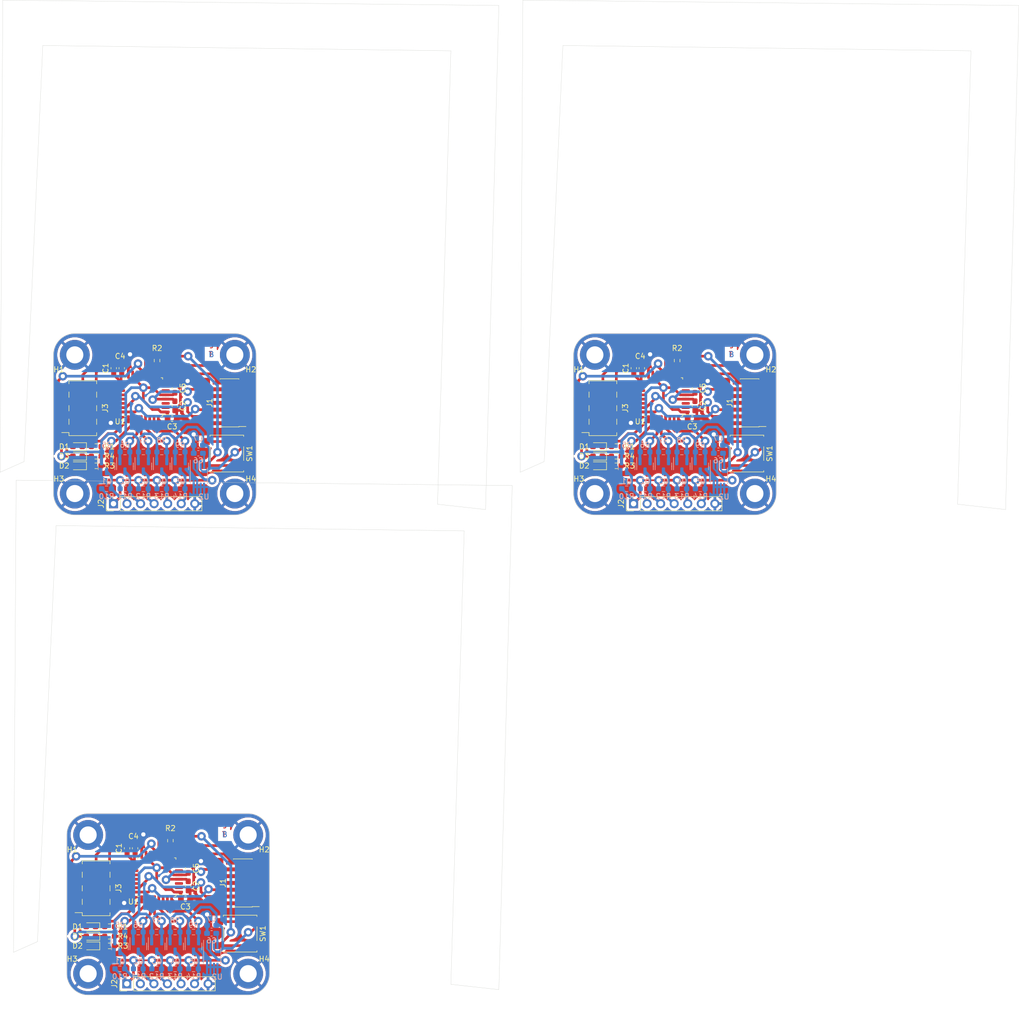
<source format=kicad_pcb>
(kicad_pcb (version 20221018) (generator pcbnew)
  (layers (0 "F.Cu" signal) (31 "B.Cu" signal) (34 "B.Paste" user) (35 "F.Paste" user) (36 "B.SilkS" user "B.Silkscreen") (37 "F.SilkS" user "F.Silkscreen") (38 "B.Mask" user) (39 "F.Mask" user) (44 "Edge.Cuts" user))
  (net 0 "")
  (net 1 "+5V-v3-")
  (net 2 "GND-v3-")
  (net 3 "+3.3V-v3-")
  (net 4 "Net-(D1-K)-v3-")
  (net 6 "Net-(D3-K)-v3-")
  (net 7 "Status_LED-v3-")
  (net 8 "Data_Clock_SNES-v3-")
  (net 9 "Data_Latch_SNES-v3-")
  (net 10 "Net-(D2-K)-v3-")
  (net 11 "Serial_Data1_SNES-v3-")
  (net 12 "Serial_Data2_SNES-v3-")
  (net 13 "SPI_Chip_Select-v3-")
  (net 14 "Chip_Enable-v3-")
  (net 15 "SPI_Digital_Input-v3-")
  (net 16 "SPI_Clock-v3-")
  (net 17 "SPI_Digital_Output-v3-")
  (net 18 "IOBit_SNES-v3-")
  (net 19 "Data_Clock_STM32-v3-")
  (net 20 "Data_Latch_STM32-v3-")
  (net 21 "Appairing_Btn-v3-")
  (net 22 "Net-(U2-BP)-v3-")
  (net 23 "SWDIO-v3-")
  (net 24 "SWDCK-v3-")
  (net 27 "NRST-v3-")
  (net 28 "USART2_RX-v3-")
  (net 29 "USART2_TX-v3-")
  (net 30 "Serial_Data1_STM32-v3-")
  (net 31 "IOBit_STM32-v3-")
  (net 32 "Serial_Data2_STM32-v3-")
  (net 46 "+5V-v4-")
  (net 47 "GND-v4-")
  (net 48 "+3.3V-v4-")
  (net 49 "Net-(D1-K)-v4-")
  (net 51 "Net-(D3-K)-v4-")
  (net 52 "Status_LED-v4-")
  (net 53 "Data_Clock_SNES-v4-")
  (net 54 "Data_Latch_SNES-v4-")
  (net 55 "Net-(D2-K)-v4-")
  (net 56 "Serial_Data1_SNES-v4-")
  (net 57 "Serial_Data2_SNES-v4-")
  (net 58 "SPI_Chip_Select-v4-")
  (net 59 "Chip_Enable-v4-")
  (net 60 "SPI_Digital_Input-v4-")
  (net 61 "SPI_Clock-v4-")
  (net 62 "SPI_Digital_Output-v4-")
  (net 63 "IOBit_SNES-v4-")
  (net 64 "Data_Clock_STM32-v4-")
  (net 65 "Data_Latch_STM32-v4-")
  (net 66 "Appairing_Btn-v4-")
  (net 67 "Net-(U2-BP)-v4-")
  (net 68 "SWDIO-v4-")
  (net 69 "SWDCK-v4-")
  (net 72 "NRST-v4-")
  (net 73 "USART2_RX-v4-")
  (net 74 "USART2_TX-v4-")
  (net 75 "Serial_Data1_STM32-v4-")
  (net 76 "IOBit_STM32-v4-")
  (net 77 "Serial_Data2_STM32-v4-")
  (net 91 "+5V-v5-")
  (net 92 "GND-v5-")
  (net 93 "+3.3V-v5-")
  (net 94 "Net-(D1-K)-v5-")
  (net 96 "Net-(D3-K)-v5-")
  (net 97 "Status_LED-v5-")
  (net 98 "Data_Clock_SNES-v5-")
  (net 99 "Data_Latch_SNES-v5-")
  (net 100 "Net-(D2-K)-v5-")
  (net 101 "Serial_Data1_SNES-v5-")
  (net 102 "Serial_Data2_SNES-v5-")
  (net 103 "SPI_Chip_Select-v5-")
  (net 104 "Chip_Enable-v5-")
  (net 105 "SPI_Digital_Input-v5-")
  (net 106 "SPI_Clock-v5-")
  (net 107 "SPI_Digital_Output-v5-")
  (net 108 "IOBit_SNES-v5-")
  (net 109 "Data_Clock_STM32-v5-")
  (net 110 "Data_Latch_STM32-v5-")
  (net 111 "Appairing_Btn-v5-")
  (net 112 "Net-(U2-BP)-v5-")
  (net 113 "SWDIO-v5-")
  (net 114 "SWDCK-v5-")
  (net 117 "NRST-v5-")
  (net 118 "USART2_RX-v5-")
  (net 119 "USART2_TX-v5-")
  (net 120 "Serial_Data1_STM32-v5-")
  (net 121 "IOBit_STM32-v5-")
  (net 122 "Serial_Data2_STM32-v5-")
  (footprint "Diode_SMD:D_0603_1608Metric_Pad1.05x0.95mm_HandSolder" (layer "F.Cu") (at 15.76875 84.95 180)
    (fp_text reference "D1")
    (fp_text value "LED_Small")
  )
  (footprint "Capacitor_SMD:C_0603_1608Metric_Pad1.08x0.95mm_HandSolder" (layer "F.Cu") (at 36.0025 169.69)
    (fp_text reference "C3")
    (fp_text value "100n")
  )
  (footprint "Connector_PinSocket_2.54mm:PinSocket_2x04_P2.54mm_Vertical_SMD" (layer "F.Cu") (at 114.25 77.75 180)
    (fp_text reference "J3")
    (fp_text value "Conn_01x08_Socket")
  )
  (footprint "Capacitor_SMD:C_0603_1608Metric_Pad1.08x0.95mm_HandSolder" (layer "F.Cu") (at 131.51 74 90)
    (fp_text reference "C5")
    (fp_text value "100n")
  )
  (footprint "MountingHole:MountingHole_3.2mm_M3_DIN965_Pad" (layer "F.Cu") (at 142.75 67.75)
    (fp_text reference "H2")
    (fp_text value "MountingHole_Pad")
  )
  (footprint "Connector_PinHeader_1.27mm:PinHeader_2x07_P1.27mm_Vertical_SMD" (layer "F.Cu") (at 141.75 76.75 180)
    (fp_text reference "J1")
    (fp_text value "Conn_02x07_Odd_Even")
  )
  (footprint "Button_Switch_SMD:SW_SPST_B3S-1000" (layer "F.Cu") (at 43.75 86.25 180)
    (fp_text reference "SW1")
    (fp_text value "SW_SPST")
  )
  (footprint "Connector_PinHeader_2.54mm:PinHeader_1x07_P2.54mm_Vertical" (layer "F.Cu") (at 25 185.65 90)
    (fp_text reference "J2")
    (fp_text value "Conn_01x07_Socket")
  )
  (footprint "MountingHole:MountingHole_3.2mm_M3_DIN965_Pad" (layer "F.Cu") (at 45.25 67.75)
    (fp_text reference "H2")
    (fp_text value "MountingHole_Pad")
  )
  (footprint "Diode_SMD:D_0603_1608Metric_Pad1.05x0.95mm_HandSolder" (layer "F.Cu") (at 15.76875 86.75 180)
    (fp_text reference "D3")
    (fp_text value "LED")
  )
  (footprint "Package_QFP:LQFP-32_7x7mm_P0.8mm" (layer "F.Cu") (at 28.1 75.65 180)
    (fp_text reference "U1")
    (fp_text value "STM32L412KBTx")
  )
  (footprint "Capacitor_SMD:C_0603_1608Metric_Pad1.08x0.95mm_HandSolder" (layer "F.Cu") (at 34.01 74 90)
    (fp_text reference "C5")
    (fp_text value "100n")
  )
  (footprint "Capacitor_SMD:C_0603_1608Metric_Pad1.08x0.95mm_HandSolder" (layer "F.Cu") (at 131.0025 79.69)
    (fp_text reference "C3")
    (fp_text value "100n")
  )
  (footprint "MountingHole:MountingHole_3.2mm_M3_DIN965_Pad" (layer "F.Cu") (at 17.75 183.75)
    (fp_text reference "H3")
    (fp_text value "MountingHole_Pad")
  )
  (footprint "Resistor_SMD:R_0603_1608Metric_Pad0.98x0.95mm_HandSolder" (layer "F.Cu") (at 19.26875 88.55)
    (fp_text reference "R3")
    (fp_text value "1k")
  )
  (footprint "Diode_SMD:D_0603_1608Metric_Pad1.05x0.95mm_HandSolder" (layer "F.Cu") (at 18.26875 178.55 180)
    (fp_text reference "D2")
    (fp_text value "LED_Small")
  )
  (footprint "Connector_PinHeader_1.27mm:PinHeader_2x07_P1.27mm_Vertical_SMD" (layer "F.Cu") (at 44.25 76.75 180)
    (fp_text reference "J1")
    (fp_text value "Conn_02x07_Odd_Even")
  )
  (footprint "MountingHole:MountingHole_3.2mm_M3_DIN965_Pad" (layer "F.Cu") (at 112.75 93.75)
    (fp_text reference "H3")
    (fp_text value "MountingHole_Pad")
  )
  (footprint "Capacitor_SMD:C_0603_1608Metric_Pad1.08x0.95mm_HandSolder" (layer "F.Cu") (at 36.51 167.3025 90)
    (fp_text reference "C2")
    (fp_text value "100n")
  )
  (footprint "Package_QFP:LQFP-32_7x7mm_P0.8mm" (layer "F.Cu") (at 30.6 165.65 180)
    (fp_text reference "U1")
    (fp_text value "STM32L412KBTx")
  )
  (footprint "MountingHole:MountingHole_3.2mm_M3_DIN965_Pad" (layer "F.Cu") (at 112.75 67.75)
    (fp_text reference "H1")
    (fp_text value "MountingHole_Pad")
  )
  (footprint "MountingHole:MountingHole_3.2mm_M3_DIN965_Pad" (layer "F.Cu") (at 47.75 183.75)
    (fp_text reference "H4")
    (fp_text value "MountingHole_Pad")
  )
  (footprint "Diode_SMD:D_0603_1608Metric_Pad1.05x0.95mm_HandSolder" (layer "F.Cu") (at 15.76875 88.55 180)
    (fp_text reference "D2")
    (fp_text value "LED_Small")
  )
  (footprint "Resistor_SMD:R_0603_1608Metric_Pad0.98x0.95mm_HandSolder" (layer "F.Cu") (at 19.26875 84.95)
    (fp_text reference "R1")
    (fp_text value "1k")
  )
  (footprint "MountingHole:MountingHole_3.2mm_M3_DIN965_Pad" (layer "F.Cu") (at 15.25 67.75)
    (fp_text reference "H1")
    (fp_text value "MountingHole_Pad")
  )
  (footprint "Button_Switch_SMD:SW_SPST_B3S-1000" (layer "F.Cu") (at 141.25 86.25 180)
    (fp_text reference "SW1")
    (fp_text value "SW_SPST")
  )
  (footprint "Capacitor_SMD:C_0603_1608Metric_Pad1.08x0.95mm_HandSolder" (layer "F.Cu") (at 121.55 70.25 90)
    (fp_text reference "C4")
    (fp_text value "100n")
  )
  (footprint "Resistor_SMD:R_0603_1608Metric_Pad0.98x0.95mm_HandSolder" (layer "F.Cu") (at 33.17 158.82 90)
    (fp_text reference "R2")
    (fp_text value "10k")
  )
  (footprint "Resistor_SMD:R_0603_1608Metric_Pad0.98x0.95mm_HandSolder" (layer "F.Cu") (at 19.26875 86.75)
    (fp_text reference "R4")
    (fp_text value "1k")
  )
  (footprint "MountingHole:MountingHole_3.2mm_M3_DIN965_Pad" (layer "F.Cu") (at 45.25 93.75)
    (fp_text reference "H4")
    (fp_text value "MountingHole_Pad")
  )
  (footprint "Connector_PinHeader_2.54mm:PinHeader_1x07_P2.54mm_Vertical" (layer "F.Cu") (at 120 95.65 90)
    (fp_text reference "J2")
    (fp_text value "Conn_01x07_Socket")
  )
  (footprint "Resistor_SMD:R_0603_1608Metric_Pad0.98x0.95mm_HandSolder" (layer "F.Cu") (at 21.76875 178.55)
    (fp_text reference "R3")
    (fp_text value "1k")
  )
  (footprint "Diode_SMD:D_0603_1608Metric_Pad1.05x0.95mm_HandSolder" (layer "F.Cu") (at 113.26875 84.95 180)
    (fp_text reference "D1")
    (fp_text value "LED_Small")
  )
  (footprint "Resistor_SMD:R_0603_1608Metric_Pad0.98x0.95mm_HandSolder" (layer "F.Cu") (at 116.76875 86.75)
    (fp_text reference "R4")
    (fp_text value "1k")
  )
  (footprint "Capacitor_SMD:C_0603_1608Metric_Pad1.08x0.95mm_HandSolder" (layer "F.Cu") (at 22.55 70.25 90)
    (fp_text reference "C1")
    (fp_text value "10u")
  )
  (footprint "Button_Switch_SMD:SW_SPST_B3S-1000" (layer "F.Cu") (at 46.25 176.25 180)
    (fp_text reference "SW1")
    (fp_text value "SW_SPST")
  )
  (footprint "MountingHole:MountingHole_3.2mm_M3_DIN965_Pad" (layer "F.Cu") (at 142.75 93.75)
    (fp_text reference "H4")
    (fp_text value "MountingHole_Pad")
  )
  (footprint "Resistor_SMD:R_0603_1608Metric_Pad0.98x0.95mm_HandSolder" (layer "F.Cu") (at 128.17 68.82 90)
    (fp_text reference "R2")
    (fp_text value "10k")
  )
  (footprint "Connector_PinHeader_2.54mm:PinHeader_1x07_P2.54mm_Vertical" (layer "F.Cu") (at 22.5 95.65 90)
    (fp_text reference "J2")
    (fp_text value "Conn_01x07_Socket")
  )
  (footprint "MountingHole:MountingHole_3.2mm_M3_DIN965_Pad" (layer "F.Cu") (at 17.75 157.75)
    (fp_text reference "H1")
    (fp_text value "MountingHole_Pad")
  )
  (footprint "Resistor_SMD:R_0603_1608Metric_Pad0.98x0.95mm_HandSolder" (layer "F.Cu") (at 21.76875 174.95)
    (fp_text reference "R1")
    (fp_text value "1k")
  )
  (footprint "MountingHole:MountingHole_3.2mm_M3_DIN965_Pad" (layer "F.Cu") (at 15.25 93.75)
    (fp_text reference "H3")
    (fp_text value "MountingHole_Pad")
  )
  (footprint "Capacitor_SMD:C_0603_1608Metric_Pad1.08x0.95mm_HandSolder" (layer "F.Cu") (at 131.51 77.3025 90)
    (fp_text reference "C2")
    (fp_text value "100n")
  )
  (footprint "Resistor_SMD:R_0603_1608Metric_Pad0.98x0.95mm_HandSolder" (layer "F.Cu") (at 21.76875 176.75)
    (fp_text reference "R4")
    (fp_text value "1k")
  )
  (footprint "Resistor_SMD:R_0603_1608Metric_Pad0.98x0.95mm_HandSolder" (layer "F.Cu") (at 116.76875 88.55)
    (fp_text reference "R3")
    (fp_text value "1k")
  )
  (footprint "Diode_SMD:D_0603_1608Metric_Pad1.05x0.95mm_HandSolder" (layer "F.Cu") (at 113.26875 86.75 180)
    (fp_text reference "D3")
    (fp_text value "LED")
  )
  (footprint "Connector_PinHeader_1.27mm:PinHeader_2x07_P1.27mm_Vertical_SMD" (layer "F.Cu") (at 46.75 166.75 180)
    (fp_text reference "J1")
    (fp_text value "Conn_02x07_Odd_Even")
  )
  (footprint "Capacitor_SMD:C_0603_1608Metric_Pad1.08x0.95mm_HandSolder" (layer "F.Cu") (at 24.05 70.25 90)
    (fp_text reference "C4")
    (fp_text value "100n")
  )
  (footprint "Connector_PinSocket_2.54mm:PinSocket_2x04_P2.54mm_Vertical_SMD" (layer "F.Cu") (at 19.25 167.75 180)
    (fp_text reference "J3")
    (fp_text value "Conn_01x08_Socket")
  )
  (footprint "Capacitor_SMD:C_0603_1608Metric_Pad1.08x0.95mm_HandSolder" (layer "F.Cu") (at 36.51 164 90)
    (fp_text reference "C5")
    (fp_text value "100n")
  )
  (footprint "Resistor_SMD:R_0603_1608Metric_Pad0.98x0.95mm_HandSolder" (layer "F.Cu") (at 116.76875 84.95)
    (fp_text reference "R1")
    (fp_text value "1k")
  )
  (footprint "Capacitor_SMD:C_0603_1608Metric_Pad1.08x0.95mm_HandSolder" (layer "F.Cu") (at 34.01 77.3025 90)
    (fp_text reference "C2")
    (fp_text value "100n")
  )
  (footprint "Diode_SMD:D_0603_1608Metric_Pad1.05x0.95mm_HandSolder" (layer "F.Cu") (at 113.26875 88.55 180)
    (fp_text reference "D2")
    (fp_text value "LED_Small")
  )
  (footprint "Capacitor_SMD:C_0603_1608Metric_Pad1.08x0.95mm_HandSolder" (layer "F.Cu") (at 26.55 160.25 90)
    (fp_text reference "C4")
    (fp_text value "100n")
  )
  (footprint "Diode_SMD:D_0603_1608Metric_Pad1.05x0.95mm_HandSolder" (layer "F.Cu") (at 18.26875 174.95 180)
    (fp_text reference "D1")
    (fp_text value "LED_Small")
  )
  (footprint "Capacitor_SMD:C_0603_1608Metric_Pad1.08x0.95mm_HandSolder" (layer "F.Cu") (at 33.5025 79.69)
    (fp_text reference "C3")
    (fp_text value "100n")
  )
  (footprint "Package_QFP:LQFP-32_7x7mm_P0.8mm" (layer "F.Cu") (at 125.6 75.65 180)
    (fp_text reference "U1")
    (fp_text value "STM32L412KBTx")
  )
  (footprint "Diode_SMD:D_0603_1608Metric_Pad1.05x0.95mm_HandSolder" (layer "F.Cu") (at 18.26875 176.75 180)
    (fp_text reference "D3")
    (fp_text value "LED")
  )
  (footprint "Capacitor_SMD:C_0603_1608Metric_Pad1.08x0.95mm_HandSolder" (layer "F.Cu") (at 25.05 160.25 90)
    (fp_text reference "C1")
    (fp_text value "10u")
  )
  (footprint "Resistor_SMD:R_0603_1608Metric_Pad0.98x0.95mm_HandSolder" (layer "F.Cu") (at 30.67 68.82 90)
    (fp_text reference "R2")
    (fp_text value "10k")
  )
  (footprint "MountingHole:MountingHole_3.2mm_M3_DIN965_Pad" (layer "F.Cu") (at 47.75 157.75)
    (fp_text reference "H2")
    (fp_text value "MountingHole_Pad")
  )
  (footprint "Connector_PinSocket_2.54mm:PinSocket_2x04_P2.54mm_Vertical_SMD" (layer "F.Cu") (at 16.75 77.75 180)
    (fp_text reference "J3")
    (fp_text value "Conn_01x08_Socket")
  )
  (footprint "Capacitor_SMD:C_0603_1608Metric_Pad1.08x0.95mm_HandSolder" (layer "F.Cu") (at 120.05 70.25 90)
    (fp_text reference "C1")
    (fp_text value "10u")
  )
  (footprint "Resistor_SMD:R_0603_1608Metric_Pad0.98x0.95mm_HandSolder" (layer "B.Cu") (at 24.65 85.95)
    (fp_text reference "R6")
    (fp_text value "10k")
  )
  (footprint "Package_TO_SOT_SMD:SOT-23" (layer "B.Cu") (at 37.5 178.65 -90)
    (fp_text reference "Q5")
    (fp_text value "2N7002")
  )
  (footprint "Resistor_SMD:R_0603_1608Metric_Pad0.98x0.95mm_HandSolder" (layer "B.Cu") (at 132.5 92.85)
    (fp_text reference "R14")
    (fp_text value "10k")
  )
  (footprint "Capacitor_SMD:C_0603_1608Metric_Pad1.08x0.95mm_HandSolder" (layer "B.Cu") (at 38.4 86.2 180)
    (fp_text reference "C6")
    (fp_text value "470p")
  )
  (footprint "Package_TO_SOT_SMD:SOT-23" (layer "B.Cu") (at 31.55 88.65 -90)
    (fp_text reference "Q4")
    (fp_text value "2N7002")
  )
  (footprint "Resistor_SMD:R_0603_1608Metric_Pad0.98x0.95mm_HandSolder" (layer "B.Cu") (at 37.5 182.85)
    (fp_text reference "R14")
    (fp_text value "10k")
  )
  (footprint "Package_TO_SOT_SMD:SOT-23" (layer "B.Cu") (at 24.65 88.65 -90)
    (fp_text reference "Q2")
    (fp_text value "2N7002")
  )
  (footprint "Resistor_SMD:R_0603_1608Metric_Pad0.98x0.95mm_HandSolder" (layer "B.Cu") (at 21.2 85.95)
    (fp_text reference "R5")
    (fp_text value "10k")
  )
  (footprint "Package_TO_SOT_SMD:SOT-23" (layer "B.Cu") (at 21.2 88.65 -90)
    (fp_text reference "Q1")
    (fp_text value "2N7002")
  )
  (footprint "Package_TO_SOT_SMD:SOT-23" (layer "B.Cu") (at 34.05 178.65 -90)
    (fp_text reference "Q4")
    (fp_text value "2N7002")
  )
  (footprint "Resistor_SMD:R_0603_1608Metric_Pad0.98x0.95mm_HandSolder" (layer "B.Cu") (at 23.7 175.95)
    (fp_text reference "R5")
    (fp_text value "10k")
  )
  (footprint "Capacitor_SMD:C_0603_1608Metric_Pad1.08x0.95mm_HandSolder" (layer "B.Cu") (at 40.9 176.2 180)
    (fp_text reference "C6")
    (fp_text value "470p")
  )
  (footprint "Resistor_SMD:R_0603_1608Metric_Pad0.98x0.95mm_HandSolder" (layer "B.Cu") (at 118.7 92.85)
    (fp_text reference "R10")
    (fp_text value "10k")
  )
  (footprint "Resistor_SMD:R_0603_1608Metric_Pad0.98x0.95mm_HandSolder" (layer "B.Cu") (at 122.15 92.85)
    (fp_text reference "R11")
    (fp_text value "10k")
  )
  (footprint "Package_TO_SOT_SMD:SOT-23" (layer "B.Cu") (at 129.05 88.65 -90)
    (fp_text reference "Q4")
    (fp_text value "2N7002")
  )
  (footprint "Resistor_SMD:R_0603_1608Metric_Pad0.98x0.95mm_HandSolder" (layer "B.Cu") (at 28.1 85.95)
    (fp_text reference "R7")
    (fp_text value "10k")
  )
  (footprint "Resistor_SMD:R_0603_1608Metric_Pad0.98x0.95mm_HandSolder" (layer "B.Cu") (at 125.6 92.85)
    (fp_text reference "R12")
    (fp_text value "10k")
  )
  (footprint "Resistor_SMD:R_0603_1608Metric_Pad0.98x0.95mm_HandSolder" (layer "B.Cu") (at 35 92.85)
    (fp_text reference "R14")
    (fp_text value "10k")
  )
  (footprint "Package_TO_SOT_SMD:SOT-23" (layer "B.Cu") (at 132.5 88.65 -90)
    (fp_text reference "Q5")
    (fp_text value "2N7002")
  )
  (footprint "Resistor_SMD:R_0603_1608Metric_Pad0.98x0.95mm_HandSolder" (layer "B.Cu") (at 35 85.95)
    (fp_text reference "R9")
    (fp_text value "10k")
  )
  (footprint "Package_TO_SOT_SMD:SOT-23" (layer "B.Cu") (at 28.1 88.65 -90)
    (fp_text reference "Q3")
    (fp_text value "2N7002")
  )
  (footprint "Capacitor_SMD:C_0603_1608Metric_Pad1.08x0.95mm_HandSolder" (layer "B.Cu") (at 38.4 84.7 180)
    (fp_text reference "C7")
    (fp_text value "2.2u")
  )
  (footprint "Resistor_SMD:R_0603_1608Metric_Pad0.98x0.95mm_HandSolder" (layer "B.Cu") (at 23.7 182.85)
    (fp_text reference "R10")
    (fp_text value "10k")
  )
  (footprint "Resistor_SMD:R_0603_1608Metric_Pad0.98x0.95mm_HandSolder" (layer "B.Cu") (at 28.1 92.85)
    (fp_text reference "R12")
    (fp_text value "10k")
  )
  (footprint "Resistor_SMD:R_0603_1608Metric_Pad0.98x0.95mm_HandSolder" (layer "B.Cu") (at 34.05 182.85)
    (fp_text reference "R13")
    (fp_text value "10k")
  )
  (footprint "Package_TO_SOT_SMD:SOT-23" (layer "B.Cu") (at 23.7 178.65 -90)
    (fp_text reference "Q1")
    (fp_text value "2N7002")
  )
  (footprint "Resistor_SMD:R_0603_1608Metric_Pad0.98x0.95mm_HandSolder" (layer "B.Cu") (at 34.05 175.95)
    (fp_text reference "R8")
    (fp_text value "10k")
  )
  (footprint "Resistor_SMD:R_0603_1608Metric_Pad0.98x0.95mm_HandSolder" (layer "B.Cu") (at 30.6 175.95)
    (fp_text reference "R7")
    (fp_text value "10k")
  )
  (footprint "Package_TO_SOT_SMD:SOT-23" (layer "B.Cu") (at 30.6 178.65 -90)
    (fp_text reference "Q3")
    (fp_text value "2N7002")
  )
  (footprint "Package_SO:MSOP-8_3x3mm_P0.65mm" (layer "B.Cu") (at 41.0125 180.4 -90)
    (fp_text reference "U2")
    (fp_text value "MIC5219-3.3YMM")
  )
  (footprint "Package_SO:MSOP-8_3x3mm_P0.65mm" (layer "B.Cu") (at 136.0125 90.4 -90)
    (fp_text reference "U2")
    (fp_text value "MIC5219-3.3YMM")
  )
  (footprint "Package_TO_SOT_SMD:SOT-23" (layer "B.Cu") (at 118.7 88.65 -90)
    (fp_text reference "Q1")
    (fp_text value "2N7002")
  )
  (footprint "Resistor_SMD:R_0603_1608Metric_Pad0.98x0.95mm_HandSolder" (layer "B.Cu") (at 37.5 175.95)
    (fp_text reference "R9")
    (fp_text value "10k")
  )
  (footprint "Resistor_SMD:R_0603_1608Metric_Pad0.98x0.95mm_HandSolder" (layer "B.Cu") (at 30.6 182.85)
    (fp_text reference "R12")
    (fp_text value "10k")
  )
  (footprint "Package_TO_SOT_SMD:SOT-23" (layer "B.Cu") (at 125.6 88.65 -90)
    (fp_text reference "Q3")
    (fp_text value "2N7002")
  )
  (footprint "Resistor_SMD:R_0603_1608Metric_Pad0.98x0.95mm_HandSolder" (layer "B.Cu") (at 31.55 92.85)
    (fp_text reference "R13")
    (fp_text value "10k")
  )
  (footprint "Resistor_SMD:R_0603_1608Metric_Pad0.98x0.95mm_HandSolder" (layer "B.Cu") (at 129.05 92.85)
    (fp_text reference "R13")
    (fp_text value "10k")
  )
  (footprint "Resistor_SMD:R_0603_1608Metric_Pad0.98x0.95mm_HandSolder" (layer "B.Cu") (at 118.7 85.95)
    (fp_text reference "R5")
    (fp_text value "10k")
  )
  (footprint "Capacitor_SMD:C_0603_1608Metric_Pad1.08x0.95mm_HandSolder" (layer "B.Cu") (at 135.9 86.2 180)
    (fp_text reference "C6")
    (fp_text value "470p")
  )
  (footprint "Resistor_SMD:R_0603_1608Metric_Pad0.98x0.95mm_HandSolder" (layer "B.Cu") (at 31.55 85.95)
    (fp_text reference "R8")
    (fp_text value "10k")
  )
  (footprint "Package_SO:MSOP-8_3x3mm_P0.65mm" (layer "B.Cu") (at 38.5125 90.4 -90)
    (fp_text reference "U2")
    (fp_text value "MIC5219-3.3YMM")
  )
  (footprint "Package_TO_SOT_SMD:SOT-23" (layer "B.Cu") (at 27.15 178.65 -90)
    (fp_text reference "Q2")
    (fp_text value "2N7002")
  )
  (footprint "Package_TO_SOT_SMD:SOT-23" (layer "B.Cu") (at 122.15 88.65 -90)
    (fp_text reference "Q2")
    (fp_text value "2N7002")
  )
  (footprint "Capacitor_SMD:C_0603_1608Metric_Pad1.08x0.95mm_HandSolder" (layer "B.Cu") (at 135.9 84.7 180)
    (fp_text reference "C7")
    (fp_text value "2.2u")
  )
  (footprint "Resistor_SMD:R_0603_1608Metric_Pad0.98x0.95mm_HandSolder" (layer "B.Cu") (at 27.15 175.95)
    (fp_text reference "R6")
    (fp_text value "10k")
  )
  (footprint "Resistor_SMD:R_0603_1608Metric_Pad0.98x0.95mm_HandSolder" (layer "B.Cu") (at 122.15 85.95)
    (fp_text reference "R6")
    (fp_text value "10k")
  )
  (footprint "Resistor_SMD:R_0603_1608Metric_Pad0.98x0.95mm_HandSolder" (layer "B.Cu") (at 125.6 85.95)
    (fp_text reference "R7")
    (fp_text value "10k")
  )
  (footprint "Resistor_SMD:R_0603_1608Metric_Pad0.98x0.95mm_HandSolder" (layer "B.Cu") (at 21.2 92.85)
    (fp_text reference "R10")
    (fp_text value "10k")
  )
  (footprint "Resistor_SMD:R_0603_1608Metric_Pad0.98x0.95mm_HandSolder" (layer "B.Cu") (at 132.5 85.95)
    (fp_text reference "R9")
    (fp_text value "10k")
  )
  (footprint "Capacitor_SMD:C_0603_1608Metric_Pad1.08x0.95mm_HandSolder" (layer "B.Cu") (at 40.9 174.7 180)
    (fp_text reference "C7")
    (fp_text value "2.2u")
  )
  (footprint "Resistor_SMD:R_0603_1608Metric_Pad0.98x0.95mm_HandSolder" (layer "B.Cu") (at 129.05 85.95)
    (fp_text reference "R8")
    (fp_text value "10k")
  )
  (footprint "Package_TO_SOT_SMD:SOT-23" (layer "B.Cu") (at 35 88.65 -90)
    (fp_text reference "Q5")
    (fp_text value "2N7002")
  )
  (footprint "Resistor_SMD:R_0603_1608Metric_Pad0.98x0.95mm_HandSolder" (layer "B.Cu") (at 27.15 182.85)
    (fp_text reference "R11")
    (fp_text value "10k")
  )
  (footprint "Resistor_SMD:R_0603_1608Metric_Pad0.98x0.95mm_HandSolder" (layer "B.Cu") (at 24.65 92.85)
    (fp_text reference "R11")
    (fp_text value "10k")
  )
  (gr_line (start 103.24998 87.749928) (end 98.74998 89.749928) (stroke (width 0.05)) (layer "Edge.Cuts"))
  (gr_line (start 92.24998 96.749928) (end 83.24998 95.749928) (stroke (width 0.05)) (layer "Edge.Cuts"))
  (gr_line (start 94.74998 2.249928) (end 92.24998 96.749928) (stroke (width 0.05)) (layer "Edge.Cuts"))
  (gr_line (start 142.75 97.75) (end 112.75 97.75) (stroke (width 0.1)) (layer "Edge.Cuts"))
  (gr_arc (start 11.25 67.75) (mid 12.421573 64.921573) (end 15.25 63.75) (stroke (width 0.1)) (layer "Edge.Cuts"))
  (gr_line (start 13.75 183.75) (end 13.75 157.75) (stroke (width 0.1)) (layer "Edge.Cuts"))
  (gr_line (start 11.25 93.75) (end 11.25 67.75) (stroke (width 0.1)) (layer "Edge.Cuts"))
  (gr_arc (start 108.75 67.75) (mid 109.921573 64.921573) (end 112.75 63.75) (stroke (width 0.1)) (layer "Edge.Cuts"))
  (gr_arc (start 51.75 183.75) (mid 50.578427 186.578427) (end 47.75 187.75) (stroke (width 0.1)) (layer "Edge.Cuts"))
  (gr_line (start 108.75 93.75) (end 108.75 67.75) (stroke (width 0.1)) (layer "Edge.Cuts"))
  (gr_line (start 1.24998 89.749928) (end 1.74998 1.249928) (stroke (width 0.05)) (layer "Edge.Cuts"))
  (gr_line (start 99.24998 1.249928) (end 192.24998 2.249928) (stroke (width 0.05)) (layer "Edge.Cuts"))
  (gr_line (start 106.74998 9.749928) (end 103.24998 87.749928) (stroke (width 0.05)) (layer "Edge.Cuts"))
  (gr_line (start 83.24998 95.749928) (end 85.74998 10.749928) (stroke (width 0.05)) (layer "Edge.Cuts"))
  (gr_line (start 9.24998 9.749928) (end 5.74998 87.749928) (stroke (width 0.05)) (layer "Edge.Cuts"))
  (gr_line (start 98.74998 89.749928) (end 99.24998 1.249928) (stroke (width 0.05)) (layer "Edge.Cuts"))
  (gr_line (start 146.75 67.75) (end 146.75 93.75) (stroke (width 0.1)) (layer "Edge.Cuts"))
  (gr_line (start 8.24998 177.749928) (end 3.74998 179.749928) (stroke (width 0.05)) (layer "Edge.Cuts"))
  (gr_line (start 5.74998 87.749928) (end 1.24998 89.749928) (stroke (width 0.05)) (layer "Edge.Cuts"))
  (gr_line (start 3.74998 179.749928) (end 4.24998 91.249928) (stroke (width 0.05)) (layer "Edge.Cuts"))
  (gr_arc (start 142.75 63.75) (mid 145.578427 64.921573) (end 146.75 67.75) (stroke (width 0.1)) (layer "Edge.Cuts"))
  (gr_arc (start 47.75 153.75) (mid 50.578427 154.921573) (end 51.75 157.75) (stroke (width 0.1)) (layer "Edge.Cuts"))
  (gr_line (start 85.74998 10.749928) (end 9.24998 9.749928) (stroke (width 0.05)) (layer "Edge.Cuts"))
  (gr_line (start 51.75 157.75) (end 51.75 183.75) (stroke (width 0.1)) (layer "Edge.Cuts"))
  (gr_line (start 15.25 63.75) (end 45.25 63.75) (stroke (width 0.1)) (layer "Edge.Cuts"))
  (gr_line (start 192.24998 2.249928) (end 189.74998 96.749928) (stroke (width 0.05)) (layer "Edge.Cuts"))
  (gr_arc (start 17.75 187.75) (mid 14.921573 186.578427) (end 13.75 183.75) (stroke (width 0.1)) (layer "Edge.Cuts"))
  (gr_line (start 47.75 187.75) (end 17.75 187.75) (stroke (width 0.1)) (layer "Edge.Cuts"))
  (gr_line (start 189.74998 96.749928) (end 180.74998 95.749928) (stroke (width 0.05)) (layer "Edge.Cuts"))
  (gr_arc (start 15.25 97.75) (mid 12.421573 96.578427) (end 11.25 93.75) (stroke (width 0.1)) (layer "Edge.Cuts"))
  (gr_line (start 183.24998 10.749928) (end 106.74998 9.749928) (stroke (width 0.05)) (layer "Edge.Cuts"))
  (gr_line (start 94.74998 186.749928) (end 85.74998 185.749928) (stroke (width 0.05)) (layer "Edge.Cuts"))
  (gr_arc (start 146.75 93.75) (mid 145.578427 96.578427) (end 142.75 97.75) (stroke (width 0.1)) (layer "Edge.Cuts"))
  (gr_arc (start 112.75 97.75) (mid 109.921573 96.578427) (end 108.75 93.75) (stroke (width 0.1)) (layer "Edge.Cuts"))
  (gr_arc (start 49.25 93.75) (mid 48.078427 96.578427) (end 45.25 97.75) (stroke (width 0.1)) (layer "Edge.Cuts"))
  (gr_line (start 17.75 153.75) (end 47.75 153.75) (stroke (width 0.1)) (layer "Edge.Cuts"))
  (gr_line (start 180.74998 95.749928) (end 183.24998 10.749928) (stroke (width 0.05)) (layer "Edge.Cuts"))
  (gr_line (start 45.25 97.75) (end 15.25 97.75) (stroke (width 0.1)) (layer "Edge.Cuts"))
  (gr_line (start 49.25 67.75) (end 49.25 93.75) (stroke (width 0.1)) (layer "Edge.Cuts"))
  (gr_arc (start 13.75 157.75) (mid 14.921573 154.921573) (end 17.75 153.75) (stroke (width 0.1)) (layer "Edge.Cuts"))
  (gr_arc (start 45.25 63.75) (mid 48.078427 64.921573) (end 49.25 67.75) (stroke (width 0.1)) (layer "Edge.Cuts"))
  (gr_line (start 4.24998 91.249928) (end 97.24998 92.249928) (stroke (width 0.05)) (layer "Edge.Cuts"))
  (gr_line (start 88.24998 100.749928) (end 11.74998 99.749928) (stroke (width 0.05)) (layer "Edge.Cuts"))
  (gr_line (start 85.74998 185.749928) (end 88.24998 100.749928) (stroke (width 0.05)) (layer "Edge.Cuts"))
  (gr_line (start 112.75 63.75) (end 142.75 63.75) (stroke (width 0.1)) (layer "Edge.Cuts"))
  (gr_line (start 11.74998 99.749928) (end 8.24998 177.749928) (stroke (width 0.05)) (layer "Edge.Cuts"))
  (gr_line (start 1.74998 1.249928) (end 94.74998 2.249928) (stroke (width 0.05)) (layer "Edge.Cuts"))
  (gr_line (start 97.24998 92.249928) (end 94.74998 186.749928) (stroke (width 0.05)) (layer "Edge.Cuts"))
  (gr_text "SNES Plug" (at 35.75 156.25) (layer "F.Cu") (effects (font (size 1 1)) (justify left bottom)))
  (gr_text "T" (at 40.25 68.25) (layer "F.Cu") (effects (font (size 1 1)) (justify left bottom)))
  (gr_text "SNES Plug" (at 130.75 66.25) (layer "F.Cu") (effects (font (size 1 1)) (justify left bottom)))
  (gr_text "SNES Plug" (at 33.25 66.25) (layer "F.Cu") (effects (font (size 1 1)) (justify left bottom)))
  (gr_text "T" (at 42.75 158.25) (layer "F.Cu") (effects (font (size 1 1)) (justify left bottom)))
  (gr_text "T" (at 137.75 68.25) (layer "F.Cu") (effects (font (size 1 1)) (justify left bottom)))
  (gr_text "B" (at 40.25 68.25) (layer "B.Cu") (effects (font (size 1 1)) (justify left bottom)))
  (gr_text "B" (at 42.75 158.25) (layer "B.Cu") (effects (font (size 1 1)) (justify left bottom)))
  (gr_text "B" (at 137.75 68.25) (layer "B.Cu") (effects (font (size 1 1)) (justify left bottom)))
  (segment (start 16.309189 90) (end 17.75 90) (width 0.5) (layer "F.Cu") (net 1))
  (segment (start 17.75 90) (end 19 91.25) (width 0.5) (layer "F.Cu") (net 1))
  (segment (start 23.7375 91.25) (end 23.7375 94.4125) (width 0.5) (layer "F.Cu") (net 1))
  (segment (start 14.89375 88.584561) (end 16.309189 90) (width 0.5) (layer "F.Cu") (net 1))
  (segment (start 19 91.25) (end 23.7375 91.25) (width 0.5) (layer "F.Cu") (net 1))
  (segment (start 23.7375 94.4125) (end 22.5 95.65) (width 0.5) (layer "F.Cu") (net 1))
  (segment (start 30.6375 91.25) (end 34.0875 91.25) (width 0.5) (layer "F.Cu") (net 1))
  (segment (start 34.0875 91.25) (end 41 91.25) (width 0.5) (layer "F.Cu") (net 1))
  (segment (start 23.7375 91.25) (end 27.1875 91.25) (width 0.3) (layer "F.Cu") (net 1))
  (segment (start 30.6375 91.25) (end 27.1875 91.25) (width 0.5) (layer "F.Cu") (net 1))
  (segment (start 14.89375 88.55) (end 14.89375 88.584561) (width 0.5) (layer "F.Cu") (net 1))
  (via (at 30.6375 91.25) (size 1.6) (drill 0.8) (layers "F.Cu" "B.Cu") (net 1))
  (via (at 23.7375 91.25) (size 1.6) (drill 0.8) (layers "F.Cu" "B.Cu") (net 1))
  (via (at 27.1875 91.25) (size 1.6) (drill 0.8) (layers "F.Cu" "B.Cu") (net 1))
  (via (at 34.0875 91.25) (size 1.6) (drill 0.8) (layers "F.Cu" "B.Cu") (net 1))
  (via (at 41 91.25) (size 1.6) (drill 0.8) (layers "F.Cu" "B.Cu") (net 1))
  (segment (start 27.1875 91.25) (end 27.1875 92.85) (width 0.5) (layer "B.Cu") (net 1))
  (segment (start 40.9 91.15) (end 39.606739 91.15) (width 0.5) (layer "B.Cu") (net 1))
  (segment (start 37.5375 89.080761) (end 38.1875 89.730761) (width 0.3) (layer "B.Cu") (net 1))
  (segment (start 23.7375 92.85) (end 23.7375 91.25) (width 0.5) (layer "B.Cu") (net 1))
  (segment (start 30.6375 91.25) (end 30.6375 92.85) (width 0.5) (layer "B.Cu") (net 1))
  (segment (start 22.5 95.0625) (end 20.2875 92.85) (width 0.5) (layer "B.Cu") (net 1))
  (segment (start 41 91.25) (end 40.9 91.15) (width 0.5) (layer "B.Cu") (net 1))
  (segment (start 38.1875 88.2875) (end 38.1875 89.730761) (width 0.3) (layer "B.Cu") (net 1))
  (segment (start 37.5375 88.2875) (end 37.5375 89.080761) (width 0.3) (layer "B.Cu") (net 1))
  (segment (start 34.0875 91.25) (end 34.0875 92.85) (width 0.5) (layer "B.Cu") (net 1))
  (segment (start 39.606739 91.15) (end 38.1875 89.730761) (width 0.5) (layer "B.Cu") (net 1))
  (segment (start 22.5 95.65) (end 22.5 95.0625) (width 0.5) (layer "B.Cu") (net 1))
  (segment (start 34.365 79.69) (end 34.365 78.52) (width 0.5) (layer "F.Cu") (net 2))
  (segment (start 35.911689 73.1375) (end 34.01 73.1375) (width 0.5) (layer "F.Cu") (net 2))
  (segment (start 33.34 80.715) (end 34.365 79.69) (width 0.5) (layer "F.Cu") (net 2))
  (segment (start 30.9 79.825) (end 31.79 80.715) (width 0.5) (layer "F.Cu") (net 2))
  (segment (start 25.3 67.95) (end 25.3 71.475) (width 0.5) (layer "F.Cu") (net 2))
  (segment (start 22 80.5) (end 20.94 81.56) (width 0.5) (layer "F.Cu") (net 2))
  (segment (start 34.01 78.091193) (end 35.035 77.066193) (width 0.5) (layer "F.Cu") (net 2))
  (segment (start 22.55 69.3875) (end 24.05 69.3875) (width 0.5) (layer "F.Cu") (net 2))
  (segment (start 35.035 74.1625) (end 34.01 73.1375) (width 0.5) (layer "F.Cu") (net 2))
  (segment (start 35.035 77.066193) (end 35.035 74.1625) (width 0.5) (layer "F.Cu") (net 2))
  (segment (start 24.05 69.2) (end 25.6 67.65) (width 0.5) (layer "F.Cu") (net 2))
  (segment (start 31.79 80.715) (end 33.34 80.715) (width 0.5) (layer "F.Cu") (net 2))
  (segment (start 34.01 78.165) (end 34.01 78.091193) (width 0.5) (layer "F.Cu") (net 2))
  (segment (start 20.94 81.56) (end 19.27 81.56) (width 0.5) (layer "F.Cu") (net 2))
  (segment (start 34.365 78.52) (end 34.01 78.165) (width 0.5) (layer "F.Cu") (net 2))
  (segment (start 36.399189 72.65) (end 35.911689 73.1375) (width 0.5) (layer "F.Cu") (net 2))
  (segment (start 25.6 67.65) (end 25.3 67.95) (width 0.5) (layer "F.Cu") (net 2))
  (segment (start 24.05 69.3875) (end 24.05 69.2) (width 0.5) (layer "F.Cu") (net 2))
  (via (at 37.5375 82.65) (size 1.6) (drill 0.8) (layers "F.Cu" "B.Cu") (net 2))
  (via (at 25.6 67.65) (size 1.6) (drill 0.8) (layers "F.Cu" "B.Cu") (net 2))
  (via (at 22 80.5) (size 1.6) (drill 0.8) (layers "F.Cu" "B.Cu") (net 2))
  (via (at 36.399189 72.65) (size 1.6) (drill 0.8) (layers "F.Cu" "B.Cu") (net 2))
  (segment (start 36.399189 72.65) (end 33.65 72.65) (width 0.5) (layer "B.Cu") (net 2))
  (segment (start 28.65 67.65) (end 25.6 67.65) (width 0.5) (layer "B.Cu") (net 2))
  (segment (start 37.5375 84.7) (end 37.5375 82.65) (width 0.5) (layer "B.Cu") (net 2))
  (segment (start 37.5375 82.6875) (end 37.5 82.65) (width 0.5) (layer "B.Cu") (net 2))
  (segment (start 33.65 72.65) (end 28.65 67.65) (width 0.5) (layer "B.Cu") (net 2))
  (segment (start 37.5375 84.7) (end 37.5375 86.2) (width 0.5) (layer "B.Cu") (net 2))
  (segment (start 31.370406 78.45) (end 30.920406 78) (width 0.5) (layer "F.Cu") (net 3))
  (segment (start 47.9 79.29) (end 48.25 79.64) (width 0.5) (layer "F.Cu") (net 3))
  (segment (start 14.89375 86.75) (end 12.75 86.75) (width 0.5) (layer "F.Cu") (net 3))
  (segment (start 32.64 78.815) (end 32.275 78.45) (width 0.5) (layer "F.Cu") (net 3))
  (segment (start 12.75 83.04) (end 14.23 81.56) (width 0.5) (layer "F.Cu") (net 3))
  (segment (start 45.25 86) (end 45.725 86) (width 0.5) (layer "F.Cu") (net 3))
  (segment (start 23.925 71.2375) (end 24.05 71.1125) (width 0.5) (layer "F.Cu") (net 3))
  (segment (start 28.1 76.309189) (end 28.1 73.9) (width 0.5) (layer "F.Cu") (net 3))
  (segment (start 45.725 86) (end 47.725 84) (width 0.5) (layer "F.Cu") (net 3))
  (segment (start 29.9 73.9) (end 28.1 73.9) (width 0.5) (layer "F.Cu") (net 3))
  (segment (start 22.55 71.1125) (end 22.55 71.475) (width 0.5) (layer "F.Cu") (net 3))
  (segment (start 39.775 84) (end 47.725 84) (width 0.5) (layer "F.Cu") (net 3))
  (segment (start 32.64 79.69) (end 32.64 78.815) (width 0.5) (layer "F.Cu") (net 3))
  (segment (start 31.25 75.25) (end 29.9 73.9) (width 0.5) (layer "F.Cu") (net 3))
  (segment (start 32.275 75.25) (end 31.25 75.25) (width 0.5) (layer "F.Cu") (net 3))
  (segment (start 47.725 84) (end 48.25 83.475) (width 0.5) (layer "F.Cu") (net 3))
  (segment (start 33.6225 75.25) (end 32.275 75.25) (width 0.5) (layer "F.Cu") (net 3))
  (segment (start 34.01 74.8625) (end 33.6225 75.25) (width 0.5) (layer "F.Cu") (net 3))
  (segment (start 30.920406 78) (end 29.790811 78) (width 0.5) (layer "F.Cu") (net 3))
  (segment (start 48.25 83.475) (end 48.25 79.64) (width 0.5) (layer "F.Cu") (net 3))
  (segment (start 12.75 86.75) (end 12.75 83.04) (width 0.5) (layer "F.Cu") (net 3))
  (segment (start 23.925 72.85) (end 23.925 71.2375) (width 0.5) (layer "F.Cu") (net 3))
  (segment (start 32.275 78.45) (end 31.370406 78.45) (width 0.5) (layer "F.Cu") (net 3))
  (segment (start 22.55 71.475) (end 23.925 72.85) (width 0.5) (layer "F.Cu") (net 3))
  (segment (start 46.2 79.29) (end 47.9 79.29) (width 0.5) (layer "F.Cu") (net 3))
  (segment (start 27.05 72.85) (end 23.925 72.85) (width 0.5) (layer "F.Cu") (net 3))
  (segment (start 29.790811 78) (end 28.1 76.309189) (width 0.5) (layer "F.Cu") (net 3))
  (segment (start 28.1 73.9) (end 27.05 72.85) (width 0.5) (layer "F.Cu") (net 3))
  (via (at 28.1 73.9) (size 1.6) (drill 0.8) (layers "F.Cu" "B.Cu") (net 3))
  (via (at 12.75 86.75) (size 1.6) (drill 0.8) (layers "F.Cu" "B.Cu") (net 3))
  (via (at 45.25 86) (size 1.6) (drill 0.8) (layers "F.Cu" "B.Cu") (net 3))
  (segment (start 31.703311 82.55) (end 30.6375 83.615811) (width 0.5) (layer "B.Cu") (net 3))
  (segment (start 39.856739 89.65) (end 39.259683 89.65) (width 0.5) (layer "B.Cu") (net 3))
  (segment (start 36.403311 81.3) (end 34.0875 83.615811) (width 0.5) (layer "B.Cu") (net 3))
  (segment (start 28.1 73.9) (end 25.85 73.9) (width 0.5) (layer "B.Cu") (net 3))
  (segment (start 20.2875 85.95) (end 20.2875 83.815811) (width 0.5) (layer "B.Cu") (net 3))
  (segment (start 24.803311 82.55) (end 23.7375 83.615811) (width 0.5) (layer "B.Cu") (net 3))
  (segment (start 34.05 85.9875) (end 34.0875 85.95) (width 0.5) (layer "B.Cu") (net 3))
  (segment (start 20.2875 83.815811) (end 21.553311 82.55) (width 0.5) (layer "B.Cu") (net 3))
  (segment (start 22.671689 82.55) (end 23.7375 83.615811) (width 0.5) (layer "B.Cu") (net 3))
  (segment (start 38.8375 88.2875) (end 38.8375 89.227817) (width 0.3) (layer "B.Cu") (net 3))
  (segment (start 42.243261 89.006739) (end 45.25 86) (width 0.5) (layer "B.Cu") (net 3))
  (segment (start 20.25 85.9875) (end 20.2875 85.95) (width 0.5) (layer "B.Cu") (net 3))
  (segment (start 24.803311 74.946689) (end 24.803311 82.55) (width 0.5) (layer "B.Cu") (net 3))
  (segment (start 33.021689 82.55) (end 31.703311 82.55) (width 0.5) (layer "B.Cu") (net 3))
  (segment (start 39.2625 84.7) (end 39.2625 82.465811) (width 0.5) (layer "B.Cu") (net 3))
  (segment (start 38.8375 89.227817) (end 39.259683 89.65) (width 0.3) (layer "B.Cu") (net 3))
  (segment (start 30.6 85.9875) (end 30.6375 85.95) (width 0.5) (layer "B.Cu") (net 3))
  (segment (start 34.0875 83.615811) (end 33.021689 82.55) (width 0.5) (layer "B.Cu") (net 3))
  (segment (start 30.6375 83.615811) (end 30.6375 85.95) (width 0.5) (layer "B.Cu") (net 3))
  (segment (start 39.95 84.7) (end 39.2625 84.7) (width 0.5) (layer "B.Cu") (net 3))
  (segment (start 28.253311 82.55) (end 29.571689 82.55) (width 0.5) (layer "B.Cu") (net 3))
  (segment (start 20.25 87.7125) (end 20.25 85.9875) (width 0.5) (layer "B.Cu") (net 3))
  (segment (start 27.15 87.7125) (end 27.15 85.9875) (width 0.5) (layer "B.Cu") (net 3))
  (segment (start 21.553311 82.55) (end 22.671689 82.55) (width 0.5) (layer "B.Cu") (net 3))
  (segment (start 29.571689 82.55) (end 30.6375 83.615811) (width 0.5) (layer "B.Cu") (net 3))
  (segment (start 27.1875 83.615811) (end 26.121689 82.55) (width 0.5) (layer "B.Cu") (net 3))
  (segment (start 13.55 85.95) (end 20.2875 85.95) (width 0.5) (layer "B.Cu") (net 3))
  (segment (start 34.0875 85.95) (end 34.0875 83.615811) (width 0.5) (layer "B.Cu") (net 3))
  (segment (start 27.15 85.9875) (end 27.1875 85.95) (width 0.5) (layer "B.Cu") (net 3))
  (segment (start 30.6 87.7125) (end 30.6 85.9875) (width 0.5) (layer "B.Cu") (net 3))
  (segment (start 26.121689 82.55) (end 24.803311 82.55) (width 0.5) (layer "B.Cu") (net 3))
  (segment (start 40.5 85.25) (end 39.95 84.7) (width 0.5) (layer "B.Cu") (net 3))
  (segment (start 23.7 87.7125) (end 23.7 85.9875) (width 0.5) (layer "B.Cu") (net 3))
  (segment (start 25.85 73.9) (end 24.803311 74.946689) (width 0.5) (layer "B.Cu") (net 3))
  (segment (start 38.096689 81.3) (end 36.403311 81.3) (width 0.5) (layer "B.Cu") (net 3))
  (segment (start 23.7375 83.615811) (end 23.7375 85.95) (width 0.5) (layer "B.Cu") (net 3))
  (segment (start 40.5 89.006739) (end 39.856739 89.65) (width 0.5) (layer "B.Cu") (net 3))
  (segment (start 27.1875 85.95) (end 27.1875 83.615811) (width 0.5) (layer "B.Cu") (net 3))
  (segment (start 39.2625 82.465811) (end 38.096689 81.3) (width 0.5) (layer "B.Cu") (net 3))
  (segment (start 27.1875 83.615811) (end 28.253311 82.55) (width 0.5) (layer "B.Cu") (net 3))
  (segment (start 23.7 85.9875) (end 23.7375 85.95) (width 0.5) (layer "B.Cu") (net 3))
  (segment (start 12.75 86.75) (end 13.55 85.95) (width 0.5) (layer "B.Cu") (net 3))
  (segment (start 42.243261 89.006739) (end 40.5 89.006739) (width 0.5) (layer "B.Cu") (net 3))
  (segment (start 40.5 89.006739) (end 40.5 85.25) (width 0.5) (layer "B.Cu") (net 3))
  (segment (start 34.05 87.7125) (end 34.05 85.9875) (width 0.5) (layer "B.Cu") (net 3))
  (segment (start 18.35625 84.95) (end 16.64375 84.95) (width 0.5) (layer "F.Cu") (net 4))
  (segment (start 18.35625 86.75) (end 16.64375 86.75) (width 0.5) (layer "F.Cu") (net 6))
  (segment (start 14.89375 84.95) (end 15.91875 83.925) (width 0.5) (layer "F.Cu") (net 7))
  (segment (start 20.075 83.925) (end 21.5 82.5) (width 0.5) (layer "F.Cu") (net 7))
  (segment (start 21.5 82.5) (end 22.625 82.5) (width 0.5) (layer "F.Cu") (net 7))
  (segment (start 22.625 82.5) (end 25.3 79.825) (width 0.5) (layer "F.Cu") (net 7))
  (segment (start 15.91875 83.925) (end 20.075 83.925) (width 0.5) (layer "F.Cu") (net 7))
  (segment (start 22.1125 90.5) (end 21.2 89.5875) (width 0.5) (layer "B.Cu") (net 8))
  (segment (start 25.04 95.65) (end 25.04 95.04) (width 0.5) (layer "B.Cu") (net 8))
  (segment (start 24.25 94.25) (end 23.5125 94.25) (width 0.5) (layer "B.Cu") (net 8))
  (segment (start 22.1125 92.85) (end 22.1125 90.5) (width 0.5) (layer "B.Cu") (net 8))
  (segment (start 25.04 95.04) (end 24.25 94.25) (width 0.5) (layer "B.Cu") (net 8))
  (segment (start 23.5125 94.25) (end 22.1125 92.85) (width 0.5) (layer "B.Cu") (net 8))
  (segment (start 25.5625 92.85) (end 25.5625 90.5) (width 0.5) (layer "B.Cu") (net 9))
  (segment (start 25.5625 93.7125) (end 27.5 95.65) (width 0.5) (layer "B.Cu") (net 9))
  (segment (start 25.5625 90.5) (end 24.65 89.5875) (width 0.5) (layer "B.Cu") (net 9))
  (segment (start 25.5625 92.85) (end 25.5625 93.7125) (width 0.5) (layer "B.Cu") (net 9))
  (segment (start 16.64375 88.55) (end 18.35625 88.55) (width 0.5) (layer "F.Cu") (net 10))
  (segment (start 29.0125 92.85) (end 29.0125 94.6625) (width 0.5) (layer "B.Cu") (net 11))
  (segment (start 29.0125 90.5) (end 28.1 89.5875) (width 0.5) (layer "B.Cu") (net 11))
  (segment (start 29.0125 92.85) (end 29.0125 90.5) (width 0.5) (layer "B.Cu") (net 11))
  (segment (start 29.0125 94.6625) (end 30 95.65) (width 0.5) (layer "B.Cu") (net 11))
  (segment (start 32.4625 90.5) (end 31.55 89.5875) (width 0.5) (layer "B.Cu") (net 12))
  (segment (start 32.4625 92.85) (end 32.4625 95.6125) (width 0.5) (layer "B.Cu") (net 12))
  (segment (start 32.4625 95.6125) (end 32.5 95.65) (width 0.5) (layer "B.Cu") (net 12))
  (segment (start 32.4625 92.85) (end 32.4625 90.5) (width 0.5) (layer "B.Cu") (net 12))
  (segment (start 21.5 74.5) (end 21.5 77.25) (width 0.5) (layer "F.Cu") (net 13))
  (segment (start 22.35 73.65) (end 21.5 74.5) (width 0.5) (layer "F.Cu") (net 13))
  (segment (start 21.5 77.25) (end 21 77.75) (width 0.5) (layer "F.Cu") (net 13))
  (segment (start 23.925 73.65) (end 22.35 73.65) (width 0.5) (layer "F.Cu") (net 13))
  (segment (start 21 77.75) (end 15.5 77.75) (width 0.5) (layer "F.Cu") (net 13))
  (segment (start 15.5 77.75) (end 14.23 79.02) (width 0.5) (layer "F.Cu") (net 13))
  (segment (start 22.625 74.845406) (end 23.020406 74.45) (width 0.5) (layer "F.Cu") (net 14))
  (segment (start 23.020406 74.45) (end 23.925 74.45) (width 0.5) (layer "F.Cu") (net 14))
  (segment (start 21.73 79.02) (end 22.625 78.125) (width 0.5) (layer "F.Cu") (net 14))
  (segment (start 22.625 78.125) (end 22.625 74.845406) (width 0.5) (layer "F.Cu") (net 14))
  (segment (start 19.27 79.02) (end 21.73 79.02) (width 0.5) (layer "F.Cu") (net 14))
  (segment (start 19.27 73.94) (end 19.27 71.016307) (width 0.5) (layer "F.Cu") (net 15))
  (segment (start 19.27 71.016307) (end 23.986307 66.3) (width 0.5) (layer "F.Cu") (net 15))
  (segment (start 28.5 68.5) (end 28.5 71.475) (width 0.5) (layer "F.Cu") (net 15))
  (segment (start 26.3 66.3) (end 28.5 68.5) (width 0.5) (layer "F.Cu") (net 15))
  (segment (start 23.986307 66.3) (end 26.3 66.3) (width 0.5) (layer "F.Cu") (net 15))
  (segment (start 18.27 76.48) (end 16.75 74.96) (width 0.5) (layer "F.Cu") (net 16))
  (segment (start 19.27 76.48) (end 18.27 76.48) (width 0.5) (layer "F.Cu") (net 16))
  (segment (start 23.25 65) (end 27.25 65) (width 0.5) (layer "F.Cu") (net 16))
  (segment (start 29.3 67.05) (end 29.3 71.475) (width 0.5) (layer "F.Cu") (net 16))
  (segment (start 16.75 71.5) (end 23.25 65) (width 0.5) (layer "F.Cu") (net 16))
  (segment (start 27.25 65) (end 29.3 67.05) (width 0.5) (layer "F.Cu") (net 16))
  (segment (start 16.75 74.96) (end 16.75 71.5) (width 0.5) (layer "F.Cu") (net 16))
  (segment (start 14.23 76.48) (end 13.23 76.48) (width 0.5) (layer "F.Cu") (net 17))
  (segment (start 13.23 76.48) (end 12.18 75.43) (width 0.5) (layer "F.Cu") (net 17))
  (segment (start 27.1 69.970406) (end 27.7 70.570406) (width 0.5) (layer "F.Cu") (net 17))
  (segment (start 27.1 69.4) (end 27.1 69.970406) (width 0.5) (layer "F.Cu") (net 17))
  (segment (start 12.18 75.43) (end 12.18 72.57) (width 0.5) (layer "F.Cu") (net 17))
  (segment (start 12.18 72.57) (end 13 71.75) (width 0.5) (layer "F.Cu") (net 17))
  (segment (start 27.7 70.570406) (end 27.7 71.475) (width 0.5) (layer "F.Cu") (net 17))
  (via (at 27.1 69.4) (size 1.6) (drill 0.8) (layers "F.Cu" "B.Cu") (net 17))
  (via (at 13 71.75) (size 1.6) (drill 0.8) (layers "F.Cu" "B.Cu") (net 17))
  (segment (start 13 71.75) (end 24.75 71.75) (width 0.5) (layer "B.Cu") (net 17))
  (segment (start 24.75 71.75) (end 27.1 69.4) (width 0.5) (layer "B.Cu") (net 17))
  (segment (start 35.9125 90.5) (end 35 89.5875) (width 0.5) (layer "B.Cu") (net 18))
  (segment (start 35.9125 92.85) (end 35.9125 90.5) (width 0.5) (layer "B.Cu") (net 18))
  (segment (start 35.9125 94.7375) (end 35 95.65) (width 0.5) (layer "B.Cu") (net 18))
  (segment (start 35.9125 92.85) (end 35.9125 94.7375) (width 0.5) (layer "B.Cu") (net 18))
  (segment (start 26.1 80.729594) (end 26.1 79.825) (width 0.5) (layer "F.Cu") (net 19))
  (segment (start 22.929594 83.9) (end 26.1 80.729594) (width 0.5) (layer "F.Cu") (net 19))
  (segment (start 22.1125 83.9) (end 22.929594 83.9) (width 0.5) (layer "F.Cu") (net 19))
  (via (at 22.1125 83.9) (size 1.6) (drill 0.8) (layers "F.Cu" "B.Cu") (net 19))
  (segment (start 22.1125 85.95) (end 22.1125 83.9) (width 0.5) (layer "B.Cu") (net 19))
  (segment (start 22.15 87.7125) (end 22.15 85.9875) (width 0.5) (layer "B.Cu") (net 19))
  (segment (start 22.15 85.9875) (end 22.1125 85.95) (width 0.5) (layer "B.Cu") (net 19))
  (segment (start 26.9 82.5625) (end 26.9 79.825) (width 0.5) (layer "F.Cu") (net 20))
  (segment (start 25.5625 83.9) (end 26.9 82.5625) (width 0.5) (layer "F.Cu") (net 20))
  (via (at 25.5625 83.9) (size 1.6) (drill 0.8) (layers "F.Cu" "B.Cu") (net 20))
  (segment (start 25.6 85.9875) (end 25.5625 85.95) (width 0.5) (layer "B.Cu") (net 20))
  (segment (start 25.5625 85.95) (end 25.5625 83.9) (width 0.5) (layer "B.Cu") (net 20))
  (segment (start 25.6 87.7125) (end 25.6 85.9875) (width 0.5) (layer "B.Cu") (net 20))
  (segment (start 36.5 68) (end 32.4025 68) (width 0.5) (layer "F.Cu") (net 21))
  (segment (start 39.775 88.475) (end 39.775 88.5) (width 0.5) (layer "F.Cu") (net 21))
  (segment (start 42 86.25) (end 39.775 88.475) (width 0.5) (layer "F.Cu") (net 21))
  (segment (start 30.1 70.3025) (end 30.67 69.7325) (width 0.5) (layer "F.Cu") (net 21))
  (segment (start 42 86) (end 42 86.25) (width 0.5) (layer "F.Cu") (net 21))
  (segment (start 47.725 88.5) (end 39.775 88.5) (width 0.5) (layer "F.Cu") (net 21))
  (segment (start 32.4025 68) (end 30.67 69.7325) (width 0.5) (layer "F.Cu") (net 21))
  (segment (start 30.1 71.475) (end 30.1 70.3025) (width 0.5) (layer "F.Cu") (net 21))
  (via (at 42 86) (size 1.6) (drill 0.8) (layers "F.Cu" "B.Cu") (net 21))
  (via (at 36.5 68) (size 1.6) (drill 0.8) (layers "F.Cu" "B.Cu") (net 21))
  (segment (start 42 86) (end 42 73.5) (width 0.5) (layer "B.Cu") (net 21))
  (segment (start 42 73.5) (end 36.5 68) (width 0.5) (layer "B.Cu") (net 21))
  (segment (start 39.4875 86.425) (end 39.2625 86.2) (width 0.3) (layer "B.Cu") (net 22))
  (segment (start 39.4875 88.2875) (end 39.4875 86.425) (width 0.3) (layer "B.Cu") (net 22))
  (segment (start 26.6 75.879594) (end 26.6 75.5) (width 0.5) (layer "F.Cu") (net 23))
  (segment (start 37.29 79.29) (end 42.3 79.29) (width 0.5) (layer "F.Cu") (net 23))
  (segment (start 23.925 77.65) (end 24.829594 77.65) (width 0.5) (layer "F.Cu") (net 23))
  (segment (start 36.399189 76.65) (end 36.399189 78.399189) (width 0.5) (layer "F.Cu") (net 23))
  (segment (start 36.399189 78.399189) (end 37.29 79.29) (width 0.5) (layer "F.Cu") (net 23))
  (segment (start 24.829594 77.65) (end 26.6 75.879594) (width 0.5) (layer "F.Cu") (net 23))
  (via (at 26.6 75.5) (size 1.6) (drill 0.8) (layers "F.Cu" "B.Cu") (net 23))
  (via (at 36.399189 76.65) (size 1.6) (drill 0.8) (layers "F.Cu" "B.Cu") (net 23))
  (segment (start 26.6 75.5) (end 27.25 75.5) (width 0.5) (layer "B.Cu") (net 23))
  (segment (start 27.25 75.5) (end 29.25 77.5) (width 0.5) (layer "B.Cu") (net 23))
  (segment (start 29.25 77.5) (end 35.549189 77.5) (width 0.5) (layer "B.Cu") (net 23))
  (segment (start 35.549189 77.5) (end 36.399189 76.65) (width 0.5) (layer "B.Cu") (net 23))
  (segment (start 42.3 78.02) (end 37.930901 78.02) (width 0.5) (layer "F.Cu") (net 24))
  (segment (start 37.930901 78.02) (end 37.82076 77.909859) (width 0.5) (layer "F.Cu") (net 24))
  (segment (start 27.25 77.75) (end 26.55 78.45) (width 0.5) (layer "F.Cu") (net 24))
  (segment (start 26.55 78.45) (end 23.925 78.45) (width 0.5) (layer "F.Cu") (net 24))
  (via (at 27.25 77.75) (size 1.6) (drill 0.8) (layers "F.Cu" "B.Cu") (net 24))
  (via (at 37.82076 77.909859) (size 1.6) (drill 0.8) (layers "F.Cu" "B.Cu") (net 24))
  (segment (start 28.75 79.25) (end 27.25 77.75) (width 0.5) (layer "B.Cu") (net 24))
  (segment (start 36.480619 79.25) (end 28.75 79.25) (width 0.5) (layer "B.Cu") (net 24))
  (segment (start 37.82076 77.909859) (end 36.480619 79.25) (width 0.5) (layer "B.Cu") (net 24))
  (segment (start 32.275 76.05) (end 29.95 76.05) (width 0.5) (layer "F.Cu") (net 27))
  (segment (start 29.95 76.05) (end 29.85 76.15) (width 0.5) (layer "F.Cu") (net 27))
  (segment (start 36.839189 74.21) (end 36.399189 74.65) (width 0.5) (layer "F.Cu") (net 27))
  (segment (start 33.62 76.05) (end 32.275 76.05) (width 0.5) (layer "F.Cu") (net 27))
  (segment (start 42.3 74.21) (end 36.839189 74.21) (width 0.5) (layer "F.Cu") (net 27))
  (segment (start 34.01 76.44) (end 33.62 76.05) (width 0.5) (layer "F.Cu") (net 27))
  (via (at 36.399189 74.65) (size 1.6) (drill 0.8) (layers "F.Cu" "B.Cu") (net 27))
  (via (at 29.85 76.15) (size 1.6) (drill 0.8) (layers "F.Cu" "B.Cu") (net 27))
  (segment (start 31.35 74.65) (end 29.85 76.15) (width 0.5) (layer "B.Cu") (net 27))
  (segment (start 36.399189 74.65) (end 31.35 74.65) (width 0.5) (layer "B.Cu") (net 27))
  (segment (start 41.78 69.75) (end 44.97 72.94) (width 0.5) (layer "F.Cu") (net 28))
  (segment (start 32.625 69.75) (end 41.78 69.75) (width 0.5) (layer "F.Cu") (net 28))
  (segment (start 44.97 72.94) (end 46.2 72.94) (width 0.5) (layer "F.Cu") (net 28))
  (segment (start 30.9 71.475) (end 32.625 69.75) (width 0.5) (layer "F.Cu") (net 28))
  (segment (start 40.66 71.3) (end 33.825 71.3) (width 0.5) (layer "F.Cu") (net 29))
  (segment (start 42.3 72.94) (end 40.66 71.3) (width 0.5) (layer "F.Cu") (net 29))
  (segment (start 33.825 71.3) (end 32.275 72.85) (width 0.5) (layer "F.Cu") (net 29))
  (segment (start 27.7 79.825) (end 27.7 82.5875) (width 0.5) (layer "F.Cu") (net 30))
  (segment (start 27.7 82.5875) (end 29.0125 83.9) (width 0.5) (layer "F.Cu") (net 30))
  (via (at 29.0125 83.9) (size 1.6) (drill 0.8) (layers "F.Cu" "B.Cu") (net 30))
  (segment (start 29.05 85.9875) (end 29.0125 85.95) (width 0.5) (layer "B.Cu") (net 30))
  (segment (start 29.0125 85.95) (end 29.0125 83.9) (width 0.5) (layer "B.Cu") (net 30))
  (segment (start 29.05 87.7125) (end 29.05 85.9875) (width 0.5) (layer "B.Cu") (net 30))
  (segment (start 30.289036 82.05) (end 29.3 81.060964) (width 0.5) (layer "F.Cu") (net 31))
  (segment (start 35.9125 83.9) (end 34.0625 82.05) (width 0.5) (layer "F.Cu") (net 31))
  (segment (start 34.0625 82.05) (end 30.289036 82.05) (width 0.5) (layer "F.Cu") (net 31))
  (segment (start 29.3 81.060964) (end 29.3 79.825) (width 0.5) (layer "F.Cu") (net 31))
  (via (at 35.9125 83.9) (size 1.6) (drill 0.8) (layers "F.Cu" "B.Cu") (net 31))
  (segment (start 35.9125 85.95) (end 35.9125 83.9) (width 0.5) (layer "B.Cu") (net 31))
  (segment (start 35.95 85.9875) (end 35.9125 85.95) (width 0.5) (layer "B.Cu") (net 31))
  (segment (start 35.95 87.7125) (end 35.95 85.9875) (width 0.5) (layer "B.Cu") (net 31))
  (segment (start 28.5 81.478311) (end 28.5 79.825) (width 0.5) (layer "F.Cu") (net 32))
  (segment (start 30.921689 83.9) (end 28.5 81.478311) (width 0.5) (layer "F.Cu") (net 32))
  (segment (start 32.4625 83.9) (end 30.921689 83.9) (width 0.5) (layer "F.Cu") (net 32))
  (via (at 32.4625 83.9) (size 1.6) (drill 0.8) (layers "F.Cu" "B.Cu") (net 32))
  (segment (start 32.5 87.7125) (end 32.5 85.9875) (width 0.5) (layer "B.Cu") (net 32))
  (segment (start 32.4625 85.95) (end 32.4625 83.9) (width 0.5) (layer "B.Cu") (net 32))
  (segment (start 32.5 85.9875) (end 32.4625 85.95) (width 0.5) (layer "B.Cu") (net 32))
  (segment (start 17.39375 178.55) (end 17.39375 178.584561) (width 0.5) (layer "F.Cu") (net 46))
  (segment (start 18.809189 180) (end 20.25 180) (width 0.5) (layer "F.Cu") (net 46))
  (segment (start 17.39375 178.584561) (end 18.809189 180) (width 0.5) (layer "F.Cu") (net 46))
  (segment (start 21.5 181.25) (end 26.2375 181.25) (width 0.5) (layer "F.Cu") (net 46))
  (segment (start 33.1375 181.25) (end 36.5875 181.25) (width 0.5) (layer "F.Cu") (net 46))
  (segment (start 26.2375 181.25) (end 26.2375 184.4125) (width 0.5) (layer "F.Cu") (net 46))
  (segment (start 33.1375 181.25) (end 29.6875 181.25) (width 0.5) (layer "F.Cu") (net 46))
  (segment (start 36.5875 181.25) (end 43.5 181.25) (width 0.5) (layer "F.Cu") (net 46))
  (segment (start 26.2375 181.25) (end 29.6875 181.25) (width 0.3) (layer "F.Cu") (net 46))
  (segment (start 26.2375 184.4125) (end 25 185.65) (width 0.5) (layer "F.Cu") (net 46))
  (segment (start 20.25 180) (end 21.5 181.25) (width 0.5) (layer "F.Cu") (net 46))
  (via (at 29.6875 181.25) (size 1.6) (drill 0.8) (layers "F.Cu" "B.Cu") (net 46))
  (via (at 43.5 181.25) (size 1.6) (drill 0.8) (layers "F.Cu" "B.Cu") (net 46))
  (via (at 36.5875 181.25) (size 1.6) (drill 0.8) (layers "F.Cu" "B.Cu") (net 46))
  (via (at 33.1375 181.25) (size 1.6) (drill 0.8) (layers "F.Cu" "B.Cu") (net 46))
  (via (at 26.2375 181.25) (size 1.6) (drill 0.8) (layers "F.Cu" "B.Cu") (net 46))
  (segment (start 43.5 181.25) (end 43.4 181.15) (width 0.5) (layer "B.Cu") (net 46))
  (segment (start 43.4 181.15) (end 42.106739 181.15) (width 0.5) (layer "B.Cu") (net 46))
  (segment (start 40.0375 179.080761) (end 40.6875 179.730761) (width 0.3) (layer "B.Cu") (net 46))
  (segment (start 36.5875 181.25) (end 36.5875 182.85) (width 0.5) (layer "B.Cu") (net 46))
  (segment (start 40.0375 178.2875) (end 40.0375 179.080761) (width 0.3) (layer "B.Cu") (net 46))
  (segment (start 25 185.65) (end 25 185.0625) (width 0.5) (layer "B.Cu") (net 46))
  (segment (start 25 185.0625) (end 22.7875 182.85) (width 0.5) (layer "B.Cu") (net 46))
  (segment (start 26.2375 182.85) (end 26.2375 181.25) (width 0.5) (layer "B.Cu") (net 46))
  (segment (start 42.106739 181.15) (end 40.6875 179.730761) (width 0.5) (layer "B.Cu") (net 46))
  (segment (start 33.1375 181.25) (end 33.1375 182.85) (width 0.5) (layer "B.Cu") (net 46))
  (segment (start 29.6875 181.25) (end 29.6875 182.85) (width 0.5) (layer "B.Cu") (net 46))
  (segment (start 40.6875 178.2875) (end 40.6875 179.730761) (width 0.3) (layer "B.Cu") (net 46))
  (segment (start 38.411689 163.1375) (end 36.51 163.1375) (width 0.5) (layer "F.Cu") (net 47))
  (segment (start 33.4 169.825) (end 34.29 170.715) (width 0.5) (layer "F.Cu") (net 47))
  (segment (start 25.05 159.3875) (end 26.55 159.3875) (width 0.5) (layer "F.Cu") (net 47))
  (segment (start 24.5 170.5) (end 23.44 171.56) (width 0.5) (layer "F.Cu") (net 47))
  (segment (start 34.29 170.715) (end 35.84 170.715) (width 0.5) (layer "F.Cu") (net 47))
  (segment (start 36.51 168.091193) (end 37.535 167.066193) (width 0.5) (layer "F.Cu") (net 47))
  (segment (start 28.1 157.65) (end 27.8 157.95) (width 0.5) (layer "F.Cu") (net 47))
  (segment (start 36.865 169.69) (end 36.865 168.52) (width 0.5) (layer "F.Cu") (net 47))
  (segment (start 37.535 167.066193) (end 37.535 164.1625) (width 0.5) (layer "F.Cu") (net 47))
  (segment (start 35.84 170.715) (end 36.865 169.69) (width 0.5) (layer "F.Cu") (net 47))
  (segment (start 38.899189 162.65) (end 38.411689 163.1375) (width 0.5) (layer "F.Cu") (net 47))
  (segment (start 36.865 168.52) (end 36.51 168.165) (width 0.5) (layer "F.Cu") (net 47))
  (segment (start 27.8 157.95) (end 27.8 161.475) (width 0.5) (layer "F.Cu") (net 47))
  (segment (start 37.535 164.1625) (end 36.51 163.1375) (width 0.5) (layer "F.Cu") (net 47))
  (segment (start 23.44 171.56) (end 21.77 171.56) (width 0.5) (layer "F.Cu") (net 47))
  (segment (start 26.55 159.2) (end 28.1 157.65) (width 0.5) (layer "F.Cu") (net 47))
  (segment (start 26.55 159.3875) (end 26.55 159.2) (width 0.5) (layer "F.Cu") (net 47))
  (segment (start 36.51 168.165) (end 36.51 168.091193) (width 0.5) (layer "F.Cu") (net 47))
  (via (at 38.899189 162.65) (size 1.6) (drill 0.8) (layers "F.Cu" "B.Cu") (net 47))
  (via (at 24.5 170.5) (size 1.6) (drill 0.8) (layers "F.Cu" "B.Cu") (net 47))
  (via (at 28.1 157.65) (size 1.6) (drill 0.8) (layers "F.Cu" "B.Cu") (net 47))
  (via (at 40.0375 172.65) (size 1.6) (drill 0.8) (layers "F.Cu" "B.Cu") (net 47))
  (segment (start 40.0375 174.7) (end 40.0375 172.65) (width 0.5) (layer "B.Cu") (net 47))
  (segment (start 40.0375 172.6875) (end 40 172.65) (width 0.5) (layer "B.Cu") (net 47))
  (segment (start 31.15 157.65) (end 28.1 157.65) (width 0.5) (layer "B.Cu") (net 47))
  (segment (start 38.899189 162.65) (end 36.15 162.65) (width 0.5) (layer "B.Cu") (net 47))
  (segment (start 40.0375 174.7) (end 40.0375 176.2) (width 0.5) (layer "B.Cu") (net 47))
  (segment (start 36.15 162.65) (end 31.15 157.65) (width 0.5) (layer "B.Cu") (net 47))
  (segment (start 26.425 162.85) (end 26.425 161.2375) (width 0.5) (layer "F.Cu") (net 48))
  (segment (start 15.25 176.75) (end 15.25 173.04) (width 0.5) (layer "F.Cu") (net 48))
  (segment (start 48.225 176) (end 50.225 174) (width 0.5) (layer "F.Cu") (net 48))
  (segment (start 15.25 173.04) (end 16.73 171.56) (width 0.5) (layer "F.Cu") (net 48))
  (segment (start 33.420406 168) (end 32.290811 168) (width 0.5) (layer "F.Cu") (net 48))
  (segment (start 33.870406 168.45) (end 33.420406 168) (width 0.5) (layer "F.Cu") (net 48))
  (segment (start 36.1225 165.25) (end 34.775 165.25) (width 0.5) (layer "F.Cu") (net 48))
  (segment (start 35.14 168.815) (end 34.775 168.45) (width 0.5) (layer "F.Cu") (net 48))
  (segment (start 50.75 173.475) (end 50.75 169.64) (width 0.5) (layer "F.Cu") (net 48))
  (segment (start 42.275 174) (end 50.225 174) (width 0.5) (layer "F.Cu") (net 48))
  (segment (start 32.290811 168) (end 30.6 166.309189) (width 0.5) (layer "F.Cu") (net 48))
  (segment (start 34.775 165.25) (end 33.75 165.25) (width 0.5) (layer "F.Cu") (net 48))
  (segment (start 36.51 164.8625) (end 36.1225 165.25) (width 0.5) (layer "F.Cu") (net 48))
  (segment (start 48.7 169.29) (end 50.4 169.29) (width 0.5) (layer "F.Cu") (net 48))
  (segment (start 29.55 162.85) (end 26.425 162.85) (width 0.5) (layer "F.Cu") (net 48))
  (segment (start 50.225 174) (end 50.75 173.475) (width 0.5) (layer "F.Cu") (net 48))
  (segment (start 32.4 163.9) (end 30.6 163.9) (width 0.5) (layer "F.Cu") (net 48))
  (segment (start 30.6 166.309189) (end 30.6 163.9) (width 0.5) (layer "F.Cu") (net 48))
  (segment (start 47.75 176) (end 48.225 176) (width 0.5) (layer "F.Cu") (net 48))
  (segment (start 25.05 161.475) (end 26.425 162.85) (width 0.5) (layer "F.Cu") (net 48))
  (segment (start 34.775 168.45) (end 33.870406 168.45) (width 0.5) (layer "F.Cu") (net 48))
  (segment (start 26.425 161.2375) (end 26.55 161.1125) (width 0.5) (layer "F.Cu") (net 48))
  (segment (start 50.4 169.29) (end 50.75 169.64) (width 0.5) (layer "F.Cu") (net 48))
  (segment (start 33.75 165.25) (end 32.4 163.9) (width 0.5) (layer "F.Cu") (net 48))
  (segment (start 25.05 161.1125) (end 25.05 161.475) (width 0.5) (layer "F.Cu") (net 48))
  (segment (start 35.14 169.69) (end 35.14 168.815) (width 0.5) (layer "F.Cu") (net 48))
  (segment (start 30.6 163.9) (end 29.55 162.85) (width 0.5) (layer "F.Cu") (net 48))
  (segment (start 17.39375 176.75) (end 15.25 176.75) (width 0.5) (layer "F.Cu") (net 48))
  (via (at 47.75 176) (size 1.6) (drill 0.8) (layers "F.Cu" "B.Cu") (net 48))
  (via (at 30.6 163.9) (size 1.6) (drill 0.8) (layers "F.Cu" "B.Cu") (net 48))
  (via (at 15.25 176.75) (size 1.6) (drill 0.8) (layers "F.Cu" "B.Cu") (net 48))
  (segment (start 44.743261 179.006739) (end 47.75 176) (width 0.5) (layer "B.Cu") (net 48))
  (segment (start 35.521689 172.55) (end 34.203311 172.55) (width 0.5) (layer "B.Cu") (net 48))
  (segment (start 28.35 163.9) (end 27.303311 164.946689) (width 0.5) (layer "B.Cu") (net 48))
  (segment (start 41.7625 172.465811) (end 40.596689 171.3) (width 0.5) (layer "B.Cu") (net 48))
  (segment (start 30.753311 172.55) (end 32.071689 172.55) (width 0.5) (layer "B.Cu") (net 48))
  (segment (start 29.6875 175.95) (end 29.6875 173.615811) (width 0.5) (layer "B.Cu") (net 48))
  (segment (start 22.7875 173.815811) (end 24.053311 172.55) (width 0.5) (layer "B.Cu") (net 48))
  (segment (start 25.171689 172.55) (end 26.2375 173.615811) (width 0.5) (layer "B.Cu") (net 48))
  (segment (start 44.743261 179.006739) (end 43 179.006739) (width 0.5) (layer "B.Cu") (net 48))
  (segment (start 15.25 176.75) (end 16.05 175.95) (width 0.5) (layer "B.Cu") (net 48))
  (segment (start 33.1 177.7125) (end 33.1 175.9875) (width 0.5) (layer "B.Cu") (net 48))
  (segment (start 38.903311 171.3) (end 36.5875 173.615811) (width 0.5) (layer "B.Cu") (net 48))
  (segment (start 29.65 175.9875) (end 29.6875 175.95) (width 0.5) (layer "B.Cu") (net 48))
  (segment (start 24.053311 172.55) (end 25.171689 172.55) (width 0.5) (layer "B.Cu") (net 48))
  (segment (start 26.2375 173.615811) (end 26.2375 175.95) (width 0.5) (layer "B.Cu") (net 48))
  (segment (start 36.55 177.7125) (end 36.55 175.9875) (width 0.5) (layer "B.Cu") (net 48))
  (segment (start 43 175.25) (end 42.45 174.7) (width 0.5) (layer "B.Cu") (net 48))
  (segment (start 36.55 175.9875) (end 36.5875 175.95) (width 0.5) (layer "B.Cu") (net 48))
  (segment (start 29.6875 173.615811) (end 28.621689 172.55) (width 0.5) (layer "B.Cu") (net 48))
  (segment (start 22.75 177.7125) (end 22.75 175.9875) (width 0.5) (layer "B.Cu") (net 48))
  (segment (start 29.65 177.7125) (end 29.65 175.9875) (width 0.5) (layer "B.Cu") (net 48))
  (segment (start 16.05 175.95) (end 22.7875 175.95) (width 0.5) (layer "B.Cu") (net 48))
  (segment (start 36.5875 175.95) (end 36.5875 173.615811) (width 0.5) (layer "B.Cu") (net 48))
  (segment (start 42.356739 179.65) (end 41.759683 179.65) (width 0.5) (layer "B.Cu") (net 48))
  (segment (start 32.071689 172.55) (end 33.1375 173.615811) (width 0.5) (layer "B.Cu") (net 48))
  (segment (start 41.7625 174.7) (end 41.7625 172.465811) (width 0.5) (layer "B.Cu") (net 48))
  (segment (start 29.6875 173.615811) (end 30.753311 172.55) (width 0.5) (layer "B.Cu") (net 48))
  (segment (start 26.2 177.7125) (end 26.2 175.9875) (width 0.5) (layer "B.Cu") (net 48))
  (segment (start 22.75 175.9875) (end 22.7875 175.95) (width 0.5) (layer "B.Cu") (net 48))
  (segment (start 43 179.006739) (end 42.356739 179.65) (width 0.5) (layer "B.Cu") (net 48))
  (segment (start 43 179.006739) (end 43 175.25) (width 0.5) (layer "B.Cu") (net 48))
  (segment (start 33.1375 173.615811) (end 33.1375 175.95) (width 0.5) (layer "B.Cu") (net 48))
  (segment (start 27.303311 172.55) (end 26.2375 173.615811) (width 0.5) (layer "B.Cu") (net 48))
  (segment (start 26.2 175.9875) (end 26.2375 175.95) (width 0.5) (layer "B.Cu") (net 48))
  (segment (start 28.621689 172.55) (end 27.303311 172.55) (width 0.5) (layer "B.Cu") (net 48))
  (segment (start 36.5875 173.615811) (end 35.521689 172.55) (width 0.5) (layer "B.Cu") (net 48))
  (segment (start 30.6 163.9) (end 28.35 163.9) (width 0.5) (layer "B.Cu") (net 48))
  (segment (start 34.203311 172.55) (end 33.1375 173.615811) (width 0.5) (layer "B.Cu") (net 48))
  (segment (start 42.45 174.7) (end 41.7625 174.7) (width 0.5) (layer "B.Cu") (net 48))
  (segment (start 33.1 175.9875) (end 33.1375 175.95) (width 0.5) (layer "B.Cu") (net 48))
  (segment (start 22.7875 175.95) (end 22.7875 173.815811) (width 0.5) (layer "B.Cu") (net 48))
  (segment (start 27.303311 164.946689) (end 27.303311 172.55) (width 0.5) (layer "B.Cu") (net 48))
  (segment (start 41.3375 179.227817) (end 41.759683 179.65) (width 0.3) (layer "B.Cu") (net 48))
  (segment (start 41.3375 178.2875) (end 41.3375 179.227817) (width 0.3) (layer "B.Cu") (net 48))
  (segment (start 40.596689 171.3) (end 38.903311 171.3) (width 0.5) (layer "B.Cu") (net 48))
  (segment (start 20.85625 174.95) (end 19.14375 174.95) (width 0.5) (layer "F.Cu") (net 49))
  (segment (start 20.85625 176.75) (end 19.14375 176.75) (width 0.5) (layer "F.Cu") (net 51))
  (segment (start 17.39375 174.95) (end 18.41875 173.925) (width 0.5) (layer "F.Cu") (net 52))
  (segment (start 25.125 172.5) (end 27.8 169.825) (width 0.5) (layer "F.Cu") (net 52))
  (segment (start 22.575 173.925) (end 24 172.5) (width 0.5) (layer "F.Cu") (net 52))
  (segment (start 24 172.5) (end 25.125 172.5) (width 0.5) (layer "F.Cu") (net 52))
  (segment (start 18.41875 173.925) (end 22.575 173.925) (width 0.5) (layer "F.Cu") (net 52))
  (segment (start 27.54 185.65) (end 27.54 185.04) (width 0.5) (layer "B.Cu") (net 53))
  (segment (start 26.0125 184.25) (end 24.6125 182.85) (width 0.5) (layer "B.Cu") (net 53))
  (segment (start 26.75 184.25) (end 26.0125 184.25) (width 0.5) (layer "B.Cu") (net 53))
  (segment (start 24.6125 182.85) (end 24.6125 180.5) (width 0.5) (layer "B.Cu") (net 53))
  (segment (start 24.6125 180.5) (end 23.7 179.5875) (width 0.5) (layer "B.Cu") (net 53))
  (segment (start 27.54 185.04) (end 26.75 184.25) (width 0.5) (layer "B.Cu") (net 53))
  (segment (start 28.0625 182.85) (end 28.0625 180.5) (width 0.5) (layer "B.Cu") (net 54))
  (segment (start 28.0625 183.7125) (end 30 185.65) (width 0.5) (layer "B.Cu") (net 54))
  (segment (start 28.0625 180.5) (end 27.15 179.5875) (width 0.5) (layer "B.Cu") (net 54))
  (segment (start 28.0625 182.85) (end 28.0625 183.7125) (width 0.5) (layer "B.Cu") (net 54))
  (segment (start 19.14375 178.55) (end 20.85625 178.55) (width 0.5) (layer "F.Cu") (net 55))
  (segment (start 31.5125 182.85) (end 31.5125 180.5) (width 0.5) (layer "B.Cu") (net 56))
  (segment (start 31.5125 184.6625) (end 32.5 185.65) (width 0.5) (layer "B.Cu") (net 56))
  (segment (start 31.5125 180.5) (end 30.6 179.5875) (width 0.5) (layer "B.Cu") (net 56))
  (segment (start 31.5125 182.85) (end 31.5125 184.6625) (width 0.5) (layer "B.Cu") (net 56))
  (segment (start 34.9625 182.85) (end 34.9625 185.6125) (width 0.5) (layer "B.Cu") (net 57))
  (segment (start 34.9625 182.85) (end 34.9625 180.5) (width 0.5) (layer "B.Cu") (net 57))
  (segment (start 34.9625 180.5) (end 34.05 179.5875) (width 0.5) (layer "B.Cu") (net 57))
  (segment (start 34.9625 185.6125) (end 35 185.65) (width 0.5) (layer "B.Cu") (net 57))
  (segment (start 24 164.5) (end 24 167.25) (width 0.5) (layer "F.Cu") (net 58))
  (segment (start 24.85 163.65) (end 24 164.5) (width 0.5) (layer "F.Cu") (net 58))
  (segment (start 26.425 163.65) (end 24.85 163.65) (width 0.5) (layer "F.Cu") (net 58))
  (segment (start 23.5 167.75) (end 18 167.75) (width 0.5) (layer "F.Cu") (net 58))
  (segment (start 24 167.25) (end 23.5 167.75) (width 0.5) (layer "F.Cu") (net 58))
  (segment (start 18 167.75) (end 16.73 169.02) (width 0.5) (layer "F.Cu") (net 58))
  (segment (start 21.77 169.02) (end 24.23 169.02) (width 0.5) (layer "F.Cu") (net 59))
  (segment (start 25.520406 164.45) (end 26.425 164.45) (width 0.5) (layer "F.Cu") (net 59))
  (segment (start 25.125 168.125) (end 25.125 164.845406) (width 0.5) (layer "F.Cu") (net 59))
  (segment (start 24.23 169.02) (end 25.125 168.125) (width 0.5) (layer "F.Cu") (net 59))
  (segment (start 25.125 164.845406) (end 25.520406 164.45) (width 0.5) (layer "F.Cu") (net 59))
  (segment (start 21.77 163.94) (end 21.77 161.016307) (width 0.5) (layer "F.Cu") (net 60))
  (segment (start 21.77 161.016307) (end 26.486307 156.3) (width 0.5) (layer "F.Cu") (net 60))
  (segment (start 26.486307 156.3) (end 28.8 156.3) (width 0.5) (layer "F.Cu") (net 60))
  (segment (start 28.8 156.3) (end 31 158.5) (width 0.5) (layer "F.Cu") (net 60))
  (segment (start 31 158.5) (end 31 161.475) (width 0.5) (layer "F.Cu") (net 60))
  (segment (start 25.75 155) (end 29.75 155) (width 0.5) (layer "F.Cu") (net 61))
  (segment (start 19.25 164.96) (end 19.25 161.5) (width 0.5) (layer "F.Cu") (net 61))
  (segment (start 29.75 155) (end 31.8 157.05) (width 0.5) (layer "F.Cu") (net 61))
  (segment (start 19.25 161.5) (end 25.75 155) (width 0.5) (layer "F.Cu") (net 61))
  (segment (start 20.77 166.48) (end 19.25 164.96) (width 0.5) (layer "F.Cu") (net 61))
  (segment (start 31.8 157.05) (end 31.8 161.475) (width 0.5) (layer "F.Cu") (net 61))
  (segment (start 21.77 166.48) (end 20.77 166.48) (width 0.5) (layer "F.Cu") (net 61))
  (segment (start 30.2 160.570406) (end 30.2 161.475) (width 0.5) (layer "F.Cu") (net 62))
  (segment (start 16.73 166.48) (end 15.73 166.48) (width 0.5) (layer "F.Cu") (net 62))
  (segment (start 14.68 165.43) (end 14.68 162.57) (width 0.5) (layer "F.Cu") (net 62))
  (segment (start 14.68 162.57) (end 15.5 161.75) (width 0.5) (layer "F.Cu") (net 62))
  (segment (start 29.6 159.4) (end 29.6 159.970406) (width 0.5) (layer "F.Cu") (net 62))
  (segment (start 29.6 159.970406) (end 30.2 160.570406) (width 0.5) (layer "F.Cu") (net 62))
  (segment (start 15.73 166.48) (end 14.68 165.43) (width 0.5) (layer "F.Cu") (net 62))
  (via (at 15.5 161.75) (size 1.6) (drill 0.8) (layers "F.Cu" "B.Cu") (net 62))
  (via (at 29.6 159.4) (size 1.6) (drill 0.8) (layers "F.Cu" "B.Cu") (net 62))
  (segment (start 15.5 161.75) (end 27.25 161.75) (width 0.5) (layer "B.Cu") (net 62))
  (segment (start 27.25 161.75) (end 29.6 159.4) (width 0.5) (layer "B.Cu") (net 62))
  (segment (start 38.4125 180.5) (end 37.5 179.5875) (width 0.5) (layer "B.Cu") (net 63))
  (segment (start 38.4125 182.85) (end 38.4125 184.7375) (width 0.5) (layer "B.Cu") (net 63))
  (segment (start 38.4125 184.7375) (end 37.5 185.65) (width 0.5) (layer "B.Cu") (net 63))
  (segment (start 38.4125 182.85) (end 38.4125 180.5) (width 0.5) (layer "B.Cu") (net 63))
  (segment (start 25.429594 173.9) (end 28.6 170.729594) (width 0.5) (layer "F.Cu") (net 64))
  (segment (start 24.6125 173.9) (end 25.429594 173.9) (width 0.5) (layer "F.Cu") (net 64))
  (segment (start 28.6 170.729594) (end 28.6 169.825) (width 0.5) (layer "F.Cu") (net 64))
  (via (at 24.6125 173.9) (size 1.6) (drill 0.8) (layers "F.Cu" "B.Cu") (net 64))
  (segment (start 24.65 177.7125) (end 24.65 175.9875) (width 0.5) (layer "B.Cu") (net 64))
  (segment (start 24.65 175.9875) (end 24.6125 175.95) (width 0.5) (layer "B.Cu") (net 64))
  (segment (start 24.6125 175.95) (end 24.6125 173.9) (width 0.5) (layer "B.Cu") (net 64))
  (segment (start 29.4 172.5625) (end 29.4 169.825) (width 0.5) (layer "F.Cu") (net 65))
  (segment (start 28.0625 173.9) (end 29.4 172.5625) (width 0.5) (layer "F.Cu") (net 65))
  (via (at 28.0625 173.9) (size 1.6) (drill 0.8) (layers "F.Cu" "B.Cu") (net 65))
  (segment (start 28.1 175.9875) (end 28.0625 175.95) (width 0.5) (layer "B.Cu") (net 65))
  (segment (start 28.0625 175.95) (end 28.0625 173.9) (width 0.5) (layer "B.Cu") (net 65))
  (segment (start 28.1 177.7125) (end 28.1 175.9875) (width 0.5) (layer "B.Cu") (net 65))
  (segment (start 42.275 178.475) (end 42.275 178.5) (width 0.5) (layer "F.Cu") (net 66))
  (segment (start 44.5 176) (end 44.5 176.25) (width 0.5) (layer "F.Cu") (net 66))
  (segment (start 39 158) (end 34.9025 158) (width 0.5) (layer "F.Cu") (net 66))
  (segment (start 32.6 160.3025) (end 33.17 159.7325) (width 0.5) (layer "F.Cu") (net 66))
  (segment (start 50.225 178.5) (end 42.275 178.5) (width 0.5) (layer "F.Cu") (net 66))
  (segment (start 44.5 176.25) (end 42.275 178.475) (width 0.5) (layer "F.Cu") (net 66))
  (segment (start 34.9025 158) (end 33.17 159.7325) (width 0.5) (layer "F.Cu") (net 66))
  (segment (start 32.6 161.475) (end 32.6 160.3025) (width 0.5) (layer "F.Cu") (net 66))
  (via (at 44.5 176) (size 1.6) (drill 0.8) (layers "F.Cu" "B.Cu") (net 66))
  (via (at 39 158) (size 1.6) (drill 0.8) (layers "F.Cu" "B.Cu") (net 66))
  (segment (start 44.5 163.5) (end 39 158) (width 0.5) (layer "B.Cu") (net 66))
  (segment (start 44.5 176) (end 44.5 163.5) (width 0.5) (layer "B.Cu") (net 66))
  (segment (start 41.9875 178.2875) (end 41.9875 176.425) (width 0.3) (layer "B.Cu") (net 67))
  (segment (start 41.9875 176.425) (end 41.7625 176.2) (width 0.3) (layer "B.Cu") (net 67))
  (segment (start 38.899189 168.399189) (end 39.79 169.29) (width 0.5) (layer "F.Cu") (net 68))
  (segment (start 29.1 165.879594) (end 29.1 165.5) (width 0.5) (layer "F.Cu") (net 68))
  (segment (start 27.329594 167.65) (end 29.1 165.879594) (width 0.5) (layer "F.Cu") (net 68))
  (segment (start 38.899189 166.65) (end 38.899189 168.399189) (width 0.5) (layer "F.Cu") (net 68))
  (segment (start 26.425 167.65) (end 27.329594 167.65) (width 0.5) (layer "F.Cu") (net 68))
  (segment (start 39.79 169.29) (end 44.8 169.29) (width 0.5) (layer "F.Cu") (net 68))
  (via (at 29.1 165.5) (size 1.6) (drill 0.8) (layers "F.Cu" "B.Cu") (net 68))
  (via (at 38.899189 166.65) (size 1.6) (drill 0.8) (layers "F.Cu" "B.Cu") (net 68))
  (segment (start 31.75 167.5) (end 38.049189 167.5) (width 0.5) (layer "B.Cu") (net 68))
  (segment (start 29.1 165.5) (end 29.75 165.5) (width 0.5) (layer "B.Cu") (net 68))
  (segment (start 29.75 165.5) (end 31.75 167.5) (width 0.5) (layer "B.Cu") (net 68))
  (segment (start 38.049189 167.5) (end 38.899189 166.65) (width 0.5) (layer "B.Cu") (net 68))
  (segment (start 40.430901 168.02) (end 40.32076 167.909859) (width 0.5) (layer "F.Cu") (net 69))
  (segment (start 29.75 167.75) (end 29.05 168.45) (width 0.5) (layer "F.Cu") (net 69))
  (segment (start 44.8 168.02) (end 40.430901 168.02) (width 0.5) (layer "F.Cu") (net 69))
  (segment (start 29.05 168.45) (end 26.425 168.45) (width 0.5) (layer "F.Cu") (net 69))
  (via (at 40.32076 167.909859) (size 1.6) (drill 0.8) (layers "F.Cu" "B.Cu") (net 69))
  (via (at 29.75 167.75) (size 1.6) (drill 0.8) (layers "F.Cu" "B.Cu") (net 69))
  (segment (start 40.32076 167.909859) (end 38.980619 169.25) (width 0.5) (layer "B.Cu") (net 69))
  (segment (start 38.980619 169.25) (end 31.25 169.25) (width 0.5) (layer "B.Cu") (net 69))
  (segment (start 31.25 169.25) (end 29.75 167.75) (width 0.5) (layer "B.Cu") (net 69))
  (segment (start 39.339189 164.21) (end 38.899189 164.65) (width 0.5) (layer "F.Cu") (net 72))
  (segment (start 36.12 166.05) (end 34.775 166.05) (width 0.5) (layer "F.Cu") (net 72))
  (segment (start 36.51 166.44) (end 36.12 166.05) (width 0.5) (layer "F.Cu") (net 72))
  (segment (start 34.775 166.05) (end 32.45 166.05) (width 0.5) (layer "F.Cu") (net 72))
  (segment (start 32.45 166.05) (end 32.35 166.15) (width 0.5) (layer "F.Cu") (net 72))
  (segment (start 44.8 164.21) (end 39.339189 164.21) (width 0.5) (layer "F.Cu") (net 72))
  (via (at 38.899189 164.65) (size 1.6) (drill 0.8) (layers "F.Cu" "B.Cu") (net 72))
  (via (at 32.35 166.15) (size 1.6) (drill 0.8) (layers "F.Cu" "B.Cu") (net 72))
  (segment (start 38.899189 164.65) (end 33.85 164.65) (width 0.5) (layer "B.Cu") (net 72))
  (segment (start 33.85 164.65) (end 32.35 166.15) (width 0.5) (layer "B.Cu") (net 72))
  (segment (start 47.47 162.94) (end 48.7 162.94) (width 0.5) (layer "F.Cu") (net 73))
  (segment (start 44.28 159.75) (end 47.47 162.94) (width 0.5) (layer "F.Cu") (net 73))
  (segment (start 33.4 161.475) (end 35.125 159.75) (width 0.5) (layer "F.Cu") (net 73))
  (segment (start 35.125 159.75) (end 44.28 159.75) (width 0.5) (layer "F.Cu") (net 73))
  (segment (start 43.16 161.3) (end 36.325 161.3) (width 0.5) (layer "F.Cu") (net 74))
  (segment (start 36.325 161.3) (end 34.775 162.85) (width 0.5) (layer "F.Cu") (net 74))
  (segment (start 44.8 162.94) (end 43.16 161.3) (width 0.5) (layer "F.Cu") (net 74))
  (segment (start 30.2 172.5875) (end 31.5125 173.9) (width 0.5) (layer "F.Cu") (net 75))
  (segment (start 30.2 169.825) (end 30.2 172.5875) (width 0.5) (layer "F.Cu") (net 75))
  (via (at 31.5125 173.9) (size 1.6) (drill 0.8) (layers "F.Cu" "B.Cu") (net 75))
  (segment (start 31.55 175.9875) (end 31.5125 175.95) (width 0.5) (layer "B.Cu") (net 75))
  (segment (start 31.5125 175.95) (end 31.5125 173.9) (width 0.5) (layer "B.Cu") (net 75))
  (segment (start 31.55 177.7125) (end 31.55 175.9875) (width 0.5) (layer "B.Cu") (net 75))
  (segment (start 32.789036 172.05) (end 31.8 171.060964) (width 0.5) (layer "F.Cu") (net 76))
  (segment (start 36.5625 172.05) (end 32.789036 172.05) (width 0.5) (layer "F.Cu") (net 76))
  (segment (start 31.8 171.060964) (end 31.8 169.825) (width 0.5) (layer "F.Cu") (net 76))
  (segment (start 38.4125 173.9) (end 36.5625 172.05) (width 0.5) (layer "F.Cu") (net 76))
  (via (at 38.4125 173.9) (size 1.6) (drill 0.8) (layers "F.Cu" "B.Cu") (net 76))
  (segment (start 38.45 177.7125) (end 38.45 175.9875) (width 0.5) (layer "B.Cu") (net 76))
  (segment (start 38.4125 175.95) (end 38.4125 173.9) (width 0.5) (layer "B.Cu") (net 76))
  (segment (start 38.45 175.9875) (end 38.4125 175.95) (width 0.5) (layer "B.Cu") (net 76))
  (segment (start 34.9625 173.9) (end 33.421689 173.9) (width 0.5) (layer "F.Cu") (net 77))
  (segment (start 33.421689 173.9) (end 31 171.478311) (width 0.5) (layer "F.Cu") (net 77))
  (segment (start 31 171.478311) (end 31 169.825) (width 0.5) (layer "F.Cu") (net 77))
  (via (at 34.9625 173.9) (size 1.6) (drill 0.8) (layers "F.Cu" "B.Cu") (net 77))
  (segment (start 34.9625 175.95) (end 34.9625 173.9) (width 0.5) (layer "B.Cu") (net 77))
  (segment (start 35 175.9875) (end 34.9625 175.95) (width 0.5) (layer "B.Cu") (net 77))
  (segment (start 35 177.7125) (end 35 175.9875) (width 0.5) (layer "B.Cu") (net 77))
  (segment (start 131.5875 91.25) (end 138.5 91.25) (width 0.5) (layer "F.Cu") (net 91))
  (segment (start 128.1375 91.25) (end 124.6875 91.25) (width 0.5) (layer "F.Cu") (net 91))
  (segment (start 121.2375 91.25) (end 124.6875 91.25) (width 0.3) (layer "F.Cu") (net 91))
  (segment (start 121.2375 94.4125) (end 120 95.65) (width 0.5) (layer "F.Cu") (net 91))
  (segment (start 113.809189 90) (end 115.25 90) (width 0.5) (layer "F.Cu") (net 91))
  (segment (start 115.25 90) (end 116.5 91.25) (width 0.5) (layer "F.Cu") (net 91))
  (segment (start 121.2375 91.25) (end 121.2375 94.4125) (width 0.5) (layer "F.Cu") (net 91))
  (segment (start 112.39375 88.55) (end 112.39375 88.584561) (width 0.5) (layer "F.Cu") (net 91))
  (segment (start 116.5 91.25) (end 121.2375 91.25) (width 0.5) (layer "F.Cu") (net 91))
  (segment (start 112.39375 88.584561) (end 113.809189 90) (width 0.5) (layer "F.Cu") (net 91))
  (segment (start 128.1375 91.25) (end 131.5875 91.25) (width 0.5) (layer "F.Cu") (net 91))
  (via (at 128.1375 91.25) (size 1.6) (drill 0.8) (layers "F.Cu" "B.Cu") (net 91))
  (via (at 138.5 91.25) (size 1.6) (drill 0.8) (layers "F.Cu" "B.Cu") (net 91))
  (via (at 124.6875 91.25) (size 1.6) (drill 0.8) (layers "F.Cu" "B.Cu") (net 91))
  (via (at 121.2375 91.25) (size 1.6) (drill 0.8) (layers "F.Cu" "B.Cu") (net 91))
  (via (at 131.5875 91.25) (size 1.6) (drill 0.8) (layers "F.Cu" "B.Cu") (net 91))
  (segment (start 121.2375 92.85) (end 121.2375 91.25) (width 0.5) (layer "B.Cu") (net 91))
  (segment (start 135.0375 89.080761) (end 135.6875 89.730761) (width 0.3) (layer "B.Cu") (net 91))
  (segment (start 120 95.65) (end 120 95.0625) (width 0.5) (layer "B.Cu") (net 91))
  (segment (start 128.1375 91.25) (end 128.1375 92.85) (width 0.5) (layer "B.Cu") (net 91))
  (segment (start 135.0375 88.2875) (end 135.0375 89.080761) (width 0.3) (layer "B.Cu") (net 91))
  (segment (start 138.5 91.25) (end 138.4 91.15) (width 0.5) (layer "B.Cu") (net 91))
  (segment (start 137.106739 91.15) (end 135.6875 89.730761) (width 0.5) (layer "B.Cu") (net 91))
  (segment (start 135.6875 88.2875) (end 135.6875 89.730761) (width 0.3) (layer "B.Cu") (net 91))
  (segment (start 138.4 91.15) (end 137.106739 91.15) (width 0.5) (layer "B.Cu") (net 91))
  (segment (start 120 95.0625) (end 117.7875 92.85) (width 0.5) (layer "B.Cu") (net 91))
  (segment (start 131.5875 91.25) (end 131.5875 92.85) (width 0.5) (layer "B.Cu") (net 91))
  (segment (start 124.6875 91.25) (end 124.6875 92.85) (width 0.5) (layer "B.Cu") (net 91))
  (segment (start 121.55 69.2) (end 123.1 67.65) (width 0.5) (layer "F.Cu") (net 92))
  (segment (start 123.1 67.65) (end 122.8 67.95) (width 0.5) (layer "F.Cu") (net 92))
  (segment (start 120.05 69.3875) (end 121.55 69.3875) (width 0.5) (layer "F.Cu") (net 92))
  (segment (start 131.865 78.52) (end 131.51 78.165) (width 0.5) (layer "F.Cu") (net 92))
  (segment (start 128.4 79.825) (end 129.29 80.715) (width 0.5) (layer "F.Cu") (net 92))
  (segment (start 133.411689 73.1375) (end 131.51 73.1375) (width 0.5) (layer "F.Cu") (net 92))
  (segment (start 132.535 77.066193) (end 132.535 74.1625) (width 0.5) (layer "F.Cu") (net 92))
  (segment (start 131.51 78.165) (end 131.51 78.091193) (width 0.5) (layer "F.Cu") (net 92))
  (segment (start 121.55 69.3875) (end 121.55 69.2) (width 0.5) (layer "F.Cu") (net 92))
  (segment (start 119.5 80.5) (end 118.44 81.56) (width 0.5) (layer "F.Cu") (net 92))
  (segment (start 129.29 80.715) (end 130.84 80.715) (width 0.5) (layer "F.Cu") (net 92))
  (segment (start 130.84 80.715) (end 131.865 79.69) (width 0.5) (layer "F.Cu") (net 92))
  (segment (start 133.899189 72.65) (end 133.411689 73.1375) (width 0.5) (layer "F.Cu") (net 92))
  (segment (start 132.535 74.1625) (end 131.51 73.1375) (width 0.5) (layer "F.Cu") (net 92))
  (segment (start 131.865 79.69) (end 131.865 78.52) (width 0.5) (layer "F.Cu") (net 92))
  (segment (start 122.8 67.95) (end 122.8 71.475) (width 0.5) (layer "F.Cu") (net 92))
  (segment (start 118.44 81.56) (end 116.77 81.56) (width 0.5) (layer "F.Cu") (net 92))
  (segment (start 131.51 78.091193) (end 132.535 77.066193) (width 0.5) (layer "F.Cu") (net 92))
  (via (at 135.0375 82.65) (size 1.6) (drill 0.8) (layers "F.Cu" "B.Cu") (net 92))
  (via (at 119.5 80.5) (size 1.6) (drill 0.8) (layers "F.Cu" "B.Cu") (net 92))
  (via (at 123.1 67.65) (size 1.6) (drill 0.8) (layers "F.Cu" "B.Cu") (net 92))
  (via (at 133.899189 72.65) (size 1.6) (drill 0.8) (layers "F.Cu" "B.Cu") (net 92))
  (segment (start 135.0375 84.7) (end 135.0375 86.2) (width 0.5) (layer "B.Cu") (net 92))
  (segment (start 133.899189 72.65) (end 131.15 72.65) (width 0.5) (layer "B.Cu") (net 92))
  (segment (start 135.0375 82.6875) (end 135 82.65) (width 0.5) (layer "B.Cu") (net 92))
  (segment (start 131.15 72.65) (end 126.15 67.65) (width 0.5) (layer "B.Cu") (net 92))
  (segment (start 126.15 67.65) (end 123.1 67.65) (width 0.5) (layer "B.Cu") (net 92))
  (segment (start 135.0375 84.7) (end 135.0375 82.65) (width 0.5) (layer "B.Cu") (net 92))
  (segment (start 120.05 71.1125) (end 120.05 71.475) (width 0.5) (layer "F.Cu") (net 93))
  (segment (start 131.1225 75.25) (end 129.775 75.25) (width 0.5) (layer "F.Cu") (net 93))
  (segment (start 129.775 78.45) (end 128.870406 78.45) (width 0.5) (layer "F.Cu") (net 93))
  (segment (start 112.39375 86.75) (end 110.25 86.75) (width 0.5) (layer "F.Cu") (net 93))
  (segment (start 128.75 75.25) (end 127.4 73.9) (width 0.5) (layer "F.Cu") (net 93))
  (segment (start 121.425 71.2375) (end 121.55 71.1125) (width 0.5) (layer "F.Cu") (net 93))
  (segment (start 125.6 76.309189) (end 125.6 73.9) (width 0.5) (layer "F.Cu") (net 93))
  (segment (start 142.75 86) (end 143.225 86) (width 0.5) (layer "F.Cu") (net 93))
  (segment (start 131.51 74.8625) (end 131.1225 75.25) (width 0.5) (layer "F.Cu") (net 93))
  (segment (start 110.25 83.04) (end 111.73 81.56) (width 0.5) (layer "F.Cu") (net 93))
  (segment (start 130.14 79.69) (end 130.14 78.815) (width 0.5) (layer "F.Cu") (net 93))
  (segment (start 145.225 84) (end 145.75 83.475) (width 0.5) (layer "F.Cu") (net 93))
  (segment (start 130.14 78.815) (end 129.775 78.45) (width 0.5) (layer "F.Cu") (net 93))
  (segment (start 137.275 84) (end 145.225 84) (width 0.5) (layer "F.Cu") (net 93))
  (segment (start 145.4 79.29) (end 145.75 79.64) (width 0.5) (layer "F.Cu") (net 93))
  (segment (start 120.05 71.475) (end 121.425 72.85) (width 0.5) (layer "F.Cu") (net 93))
  (segment (start 128.870406 78.45) (end 128.420406 78) (width 0.5) (layer "F.Cu") (net 93))
  (segment (start 125.6 73.9) (end 124.55 72.85) (width 0.5) (layer "F.Cu") (net 93))
  (segment (start 110.25 86.75) (end 110.25 83.04) (width 0.5) (layer "F.Cu") (net 93))
  (segment (start 145.75 83.475) (end 145.75 79.64) (width 0.5) (layer "F.Cu") (net 93))
  (segment (start 127.290811 78) (end 125.6 76.309189) (width 0.5) (layer "F.Cu") (net 93))
  (segment (start 128.420406 78) (end 127.290811 78) (width 0.5) (layer "F.Cu") (net 93))
  (segment (start 124.55 72.85) (end 121.425 72.85) (width 0.5) (layer "F.Cu") (net 93))
  (segment (start 143.7 79.29) (end 145.4 79.29) (width 0.5) (layer "F.Cu") (net 93))
  (segment (start 129.775 75.25) (end 128.75 75.25) (width 0.5) (layer "F.Cu") (net 93))
  (segment (start 121.425 72.85) (end 121.425 71.2375) (width 0.5) (layer "F.Cu") (net 93))
  (segment (start 127.4 73.9) (end 125.6 73.9) (width 0.5) (layer "F.Cu") (net 93))
  (segment (start 143.225 86) (end 145.225 84) (width 0.5) (layer "F.Cu") (net 93))
  (via (at 110.25 86.75) (size 1.6) (drill 0.8) (layers "F.Cu" "B.Cu") (net 93))
  (via (at 142.75 86) (size 1.6) (drill 0.8) (layers "F.Cu" "B.Cu") (net 93))
  (via (at 125.6 73.9) (size 1.6) (drill 0.8) (layers "F.Cu" "B.Cu") (net 93))
  (segment (start 137.356739 89.65) (end 136.759683 89.65) (width 0.5) (layer "B.Cu") (net 93))
  (segment (start 131.5875 85.95) (end 131.5875 83.615811) (width 0.5) (layer "B.Cu") (net 93))
  (segment (start 124.6875 85.95) (end 124.6875 83.615811) (width 0.5) (layer "B.Cu") (net 93))
  (segment (start 123.35 73.9) (end 122.303311 74.946689) (width 0.5) (layer "B.Cu") (net 93))
  (segment (start 128.1 85.9875) (end 128.1375 85.95) (width 0.5) (layer "B.Cu") (net 93))
  (segment (start 139.743261 89.006739) (end 138 89.006739) (width 0.5) (layer "B.Cu") (net 93))
  (segment (start 138 85.25) (end 137.45 84.7) (width 0.5) (layer "B.Cu") (net 93))
  (segment (start 124.6875 83.615811) (end 123.621689 82.55) (width 0.5) (layer "B.Cu") (net 93))
  (segment (start 117.7875 83.815811) (end 119.053311 82.55) (width 0.5) (layer "B.Cu") (net 93))
  (segment (start 120.171689 82.55) (end 121.2375 83.615811) (width 0.5) (layer "B.Cu") (net 93))
  (segment (start 131.5875 83.615811) (end 130.521689 82.55) (width 0.5) (layer "B.Cu") (net 93))
  (segment (start 122.303311 74.946689) (end 122.303311 82.55) (width 0.5) (layer "B.Cu") (net 93))
  (segment (start 119.053311 82.55) (end 120.171689 82.55) (width 0.5) (layer "B.Cu") (net 93))
  (segment (start 121.2 87.7125) (end 121.2 85.9875) (width 0.5) (layer "B.Cu") (net 93))
  (segment (start 117.75 87.7125) (end 117.75 85.9875) (width 0.5) (layer "B.Cu") (net 93))
  (segment (start 125.753311 82.55) (end 127.071689 82.55) (width 0.5) (layer "B.Cu") (net 93))
  (segment (start 133.903311 81.3) (end 131.5875 83.615811) (width 0.5) (layer "B.Cu") (net 93))
  (segment (start 129.203311 82.55) (end 128.1375 83.615811) (width 0.5) (layer "B.Cu") (net 93))
  (segment (start 139.743261 89.006739) (end 142.75 86) (width 0.5) (layer "B.Cu") (net 93))
  (segment (start 124.65 85.9875) (end 124.6875 85.95) (width 0.5) (layer "B.Cu") (net 93))
  (segment (start 110.25 86.75) (end 111.05 85.95) (width 0.5) (layer "B.Cu") (net 93))
  (segment (start 128.1 87.7125) (end 128.1 85.9875) (width 0.5) (layer "B.Cu") (net 93))
  (segment (start 137.45 84.7) (end 136.7625 84.7) (width 0.5) (layer "B.Cu") (net 93))
  (segment (start 124.65 87.7125) (end 124.65 85.9875) (width 0.5) (layer "B.Cu") (net 93))
  (segment (start 138 89.006739) (end 138 85.25) (width 0.5) (layer "B.Cu") (net 93))
  (segment (start 136.7625 82.465811) (end 135.596689 81.3) (width 0.5) (layer "B.Cu") (net 93))
  (segment (start 122.303311 82.55) (end 121.2375 83.615811) (width 0.5) (layer "B.Cu") (net 93))
  (segment (start 136.3375 88.2875) (end 136.3375 89.227817) (width 0.3) (layer "B.Cu") (net 93))
  (segment (start 121.2375 83.615811) (end 121.2375 85.95) (width 0.5) (layer "B.Cu") (net 93))
  (segment (start 136.3375 89.227817) (end 136.759683 89.65) (width 0.3) (layer "B.Cu") (net 93))
  (segment (start 123.621689 82.55) (end 122.303311 82.55) (width 0.5) (layer "B.Cu") (net 93))
  (segment (start 138 89.006739) (end 137.356739 89.65) (width 0.5) (layer "B.Cu") (net 93))
  (segment (start 125.6 73.9) (end 123.35 73.9) (width 0.5) (layer "B.Cu") (net 93))
  (segment (start 121.2 85.9875) (end 121.2375 85.95) (width 0.5) (layer "B.Cu") (net 93))
  (segment (start 111.05 85.95) (end 117.7875 85.95) (width 0.5) (layer "B.Cu") (net 93))
  (segment (start 128.1375 83.615811) (end 128.1375 85.95) (width 0.5) (layer "B.Cu") (net 93))
  (segment (start 135.596689 81.3) (end 133.903311 81.3) (width 0.5) (layer "B.Cu") (net 93))
  (segment (start 130.521689 82.55) (end 129.203311 82.55) (width 0.5) (layer "B.Cu") (net 93))
  (segment (start 117.75 85.9875) (end 117.7875 85.95) (width 0.5) (layer "B.Cu") (net 93))
  (segment (start 117.7875 85.95) (end 117.7875 83.815811) (width 0.5) (layer "B.Cu") (net 93))
  (segment (start 131.55 85.9875) (end 131.5875 85.95) (width 0.5) (layer "B.Cu") (net 93))
  (segment (start 136.7625 84.7) (end 136.7625 82.465811) (width 0.5) (layer "B.Cu") (net 93))
  (segment (start 124.6875 83.615811) (end 125.753311 82.55) (width 0.5) (layer "B.Cu") (net 93))
  (segment (start 131.55 87.7125) (end 131.55 85.9875) (width 0.5) (layer "B.Cu") (net 93))
  (segment (start 127.071689 82.55) (end 128.1375 83.615811) (width 0.5) (layer "B.Cu") (net 93))
  (segment (start 115.85625 84.95) (end 114.14375 84.95) (width 0.5) (layer "F.Cu") (net 94))
  (segment (start 115.85625 86.75) (end 114.14375 86.75) (width 0.5) (layer "F.Cu") (net 96))
  (segment (start 112.39375 84.95) (end 113.41875 83.925) (width 0.5) (layer "F.Cu") (net 97))
  (segment (start 119 82.5) (end 120.125 82.5) (width 0.5) (layer "F.Cu") (net 97))
  (segment (start 117.575 83.925) (end 119 82.5) (width 0.5) (layer "F.Cu") (net 97))
  (segment (start 120.125 82.5) (end 122.8 79.825) (width 0.5) (layer "F.Cu") (net 97))
  (segment (start 113.41875 83.925) (end 117.575 83.925) (width 0.5) (layer "F.Cu") (net 97))
  (segment (start 121.0125 94.25) (end 119.6125 92.85) (width 0.5) (layer "B.Cu") (net 98))
  (segment (start 122.54 95.04) (end 121.75 94.25) (width 0.5) (layer "B.Cu") (net 98))
  (segment (start 121.75 94.25) (end 121.0125 94.25) (width 0.5) (layer "B.Cu") (net 98))
  (segment (start 119.6125 90.5) (end 118.7 89.5875) (width 0.5) (layer "B.Cu") (net 98))
  (segment (start 122.54 95.65) (end 122.54 95.04) (width 0.5) (layer "B.Cu") (net 98))
  (segment (start 119.6125 92.85) (end 119.6125 90.5) (width 0.5) (layer "B.Cu") (net 98))
  (segment (start 123.0625 92.85) (end 123.0625 90.5) (width 0.5) (layer "B.Cu") (net 99))
  (segment (start 123.0625 92.85) (end 123.0625 93.7125) (width 0.5) (layer "B.Cu") (net 99))
  (segment (start 123.0625 93.7125) (end 125 95.65) (width 0.5) (layer "B.Cu") (net 99))
  (segment (start 123.0625 90.5) (end 122.15 89.5875) (width 0.5) (layer "B.Cu") (net 99))
  (segment (start 114.14375 88.55) (end 115.85625 88.55) (width 0.5) (layer "F.Cu") (net 100))
  (segment (start 126.5125 94.6625) (end 127.5 95.65) (width 0.5) (layer "B.Cu") (net 101))
  (segment (start 126.5125 92.85) (end 126.5125 90.5) (width 0.5) (layer "B.Cu") (net 101))
  (segment (start 126.5125 90.5) (end 125.6 89.5875) (width 0.5) (layer "B.Cu") (net 101))
  (segment (start 126.5125 92.85) (end 126.5125 94.6625) (width 0.5) (layer "B.Cu") (net 101))
  (segment (start 129.9625 95.6125) (end 130 95.65) (width 0.5) (layer "B.Cu") (net 102))
  (segment (start 129.9625 92.85) (end 129.9625 90.5) (width 0.5) (layer "B.Cu") (net 102))
  (segment (start 129.9625 92.85) (end 129.9625 95.6125) (width 0.5) (layer "B.Cu") (net 102))
  (segment (start 129.9625 90.5) (end 129.05 89.5875) (width 0.5) (layer "B.Cu") (net 102))
  (segment (start 119.85 73.65) (end 119 74.5) (width 0.5) (layer "F.Cu") (net 103))
  (segment (start 119 74.5) (end 119 77.25) (width 0.5) (layer "F.Cu") (net 103))
  (segment (start 119 77.25) (end 118.5 77.75) (width 0.5) (layer "F.Cu") (net 103))
  (segment (start 121.425 73.65) (end 119.85 73.65) (width 0.5) (layer "F.Cu") (net 103))
  (segment (start 118.5 77.75) (end 113 77.75) (width 0.5) (layer "F.Cu") (net 103))
  (segment (start 113 77.75) (end 111.73 79.02) (width 0.5) (layer "F.Cu") (net 103))
  (segment (start 120.125 74.845406) (end 120.520406 74.45) (width 0.5) (layer "F.Cu") (net 104))
  (segment (start 119.23 79.02) (end 120.125 78.125) (width 0.5) (layer "F.Cu") (net 104))
  (segment (start 116.77 79.02) (end 119.23 79.02) (width 0.5) (layer "F.Cu") (net 104))
  (segment (start 120.125 78.125) (end 120.125 74.845406) (width 0.5) (layer "F.Cu") (net 104))
  (segment (start 120.520406 74.45) (end 121.425 74.45) (width 0.5) (layer "F.Cu") (net 104))
  (segment (start 121.486307 66.3) (end 123.8 66.3) (width 0.5) (layer "F.Cu") (net 105))
  (segment (start 126 68.5) (end 126 71.475) (width 0.5) (layer "F.Cu") (net 105))
  (segment (start 123.8 66.3) (end 126 68.5) (width 0.5) (layer "F.Cu") (net 105))
  (segment (start 116.77 71.016307) (end 121.486307 66.3) (width 0.5) (layer "F.Cu") (net 105))
  (segment (start 116.77 73.94) (end 116.77 71.016307) (width 0.5) (layer "F.Cu") (net 105))
  (segment (start 116.77 76.48) (end 115.77 76.48) (width 0.5) (layer "F.Cu") (net 106))
  (segment (start 120.75 65) (end 124.75 65) (width 0.5) (layer "F.Cu") (net 106))
  (segment (start 114.25 74.96) (end 114.25 71.5) (width 0.5) (layer "F.Cu") (net 106))
  (segment (start 126.8 67.05) (end 126.8 71.475) (width 0.5) (layer "F.Cu") (net 106))
  (segment (start 115.77 76.48) (end 114.25 74.96) (width 0.5) (layer "F.Cu") (net 106))
  (segment (start 124.75 65) (end 126.8 67.05) (width 0.5) (layer "F.Cu") (net 106))
  (segment (start 114.25 71.5) (end 120.75 65) (width 0.5) (layer "F.Cu") (net 106))
  (segment (start 110.73 76.48) (end 109.68 75.43) (width 0.5) (layer "F.Cu") (net 107))
  (segment (start 109.68 72.57) (end 110.5 71.75) (width 0.5) (layer "F.Cu") (net 107))
  (segment (start 124.6 69.970406) (end 125.2 70.570406) (width 0.5) (layer "F.Cu") (net 107))
  (segment (start 124.6 69.4) (end 124.6 69.970406) (width 0.5) (layer "F.Cu") (net 107))
  (segment (start 111.73 76.48) (end 110.73 76.48) (width 0.5) (layer "F.Cu") (net 107))
  (segment (start 125.2 70.570406) (end 125.2 71.475) (width 0.5) (layer "F.Cu") (net 107))
  (segment (start 109.68 75.43) (end 109.68 72.57) (width 0.5) (layer "F.Cu") (net 107))
  (via (at 124.6 69.4) (size 1.6) (drill 0.8) (layers "F.Cu" "B.Cu") (net 107))
  (via (at 110.5 71.75) (size 1.6) (drill 0.8) (layers "F.Cu" "B.Cu") (net 107))
  (segment (start 110.5 71.75) (end 122.25 71.75) (width 0.5) (layer "B.Cu") (net 107))
  (segment (start 122.25 71.75) (end 124.6 69.4) (width 0.5) (layer "B.Cu") (net 107))
  (segment (start 133.4125 90.5) (end 132.5 89.5875) (width 0.5) (layer "B.Cu") (net 108))
  (segment (start 133.4125 92.85) (end 133.4125 90.5) (width 0.5) (layer "B.Cu") (net 108))
  (segment (start 133.4125 94.7375) (end 132.5 95.65) (width 0.5) (layer "B.Cu") (net 108))
  (segment (start 133.4125 92.85) (end 133.4125 94.7375) (width 0.5) (layer "B.Cu") (net 108))
  (segment (start 119.6125 83.9) (end 120.429594 83.9) (width 0.5) (layer "F.Cu") (net 109))
  (segment (start 120.429594 83.9) (end 123.6 80.729594) (width 0.5) (layer "F.Cu") (net 109))
  (segment (start 123.6 80.729594) (end 123.6 79.825) (width 0.5) (layer "F.Cu") (net 109))
  (via (at 119.6125 83.9) (size 1.6) (drill 0.8) (layers "F.Cu" "B.Cu") (net 109))
  (segment (start 119.65 87.7125) (end 119.65 85.9875) (width 0.5) (layer "B.Cu") (net 109))
  (segment (start 119.6125 85.95) (end 119.6125 83.9) (width 0.5) (layer "B.Cu") (net 109))
  (segment (start 119.65 85.9875) (end 119.6125 85.95) (width 0.5) (layer "B.Cu") (net 109))
  (segment (start 123.0625 83.9) (end 124.4 82.5625) (width 0.5) (layer "F.Cu") (net 110))
  (segment (start 124.4 82.5625) (end 124.4 79.825) (width 0.5) (layer "F.Cu") (net 110))
  (via (at 123.0625 83.9) (size 1.6) (drill 0.8) (layers "F.Cu" "B.Cu") (net 110))
  (segment (start 123.0625 85.95) (end 123.0625 83.9) (width 0.5) (layer "B.Cu") (net 110))
  (segment (start 123.1 85.9875) (end 123.0625 85.95) (width 0.5) (layer "B.Cu") (net 110))
  (segment (start 123.1 87.7125) (end 123.1 85.9875) (width 0.5) (layer "B.Cu") (net 110))
  (segment (start 145.225 88.5) (end 137.275 88.5) (width 0.5) (layer "F.Cu") (net 111))
  (segment (start 127.6 70.3025) (end 128.17 69.7325) (width 0.5) (layer "F.Cu") (net 111))
  (segment (start 137.275 88.475) (end 137.275 88.5) (width 0.5) (layer "F.Cu") (net 111))
  (segment (start 139.5 86.25) (end 137.275 88.475) (width 0.5) (layer "F.Cu") (net 111))
  (segment (start 129.9025 68) (end 128.17 69.7325) (width 0.5) (layer "F.Cu") (net 111))
  (segment (start 134 68) (end 129.9025 68) (width 0.5) (layer "F.Cu") (net 111))
  (segment (start 139.5 86) (end 139.5 86.25) (width 0.5) (layer "F.Cu") (net 111))
  (segment (start 127.6 71.475) (end 127.6 70.3025) (width 0.5) (layer "F.Cu") (net 111))
  (via (at 134 68) (size 1.6) (drill 0.8) (layers "F.Cu" "B.Cu") (net 111))
  (via (at 139.5 86) (size 1.6) (drill 0.8) (layers "F.Cu" "B.Cu") (net 111))
  (segment (start 139.5 86) (end 139.5 73.5) (width 0.5) (layer "B.Cu") (net 111))
  (segment (start 139.5 73.5) (end 134 68) (width 0.5) (layer "B.Cu") (net 111))
  (segment (start 136.9875 88.2875) (end 136.9875 86.425) (width 0.3) (layer "B.Cu") (net 112))
  (segment (start 136.9875 86.425) (end 136.7625 86.2) (width 0.3) (layer "B.Cu") (net 112))
  (segment (start 133.899189 76.65) (end 133.899189 78.399189) (width 0.5) (layer "F.Cu") (net 113))
  (segment (start 133.899189 78.399189) (end 134.79 79.29) (width 0.5) (layer "F.Cu") (net 113))
  (segment (start 124.1 75.879594) (end 124.1 75.5) (width 0.5) (layer "F.Cu") (net 113))
  (segment (start 122.329594 77.65) (end 124.1 75.879594) (width 0.5) (layer "F.Cu") (net 113))
  (segment (start 134.79 79.29) (end 139.8 79.29) (width 0.5) (layer "F.Cu") (net 113))
  (segment (start 121.425 77.65) (end 122.329594 77.65) (width 0.5) (layer "F.Cu") (net 113))
  (via (at 133.899189 76.65) (size 1.6) (drill 0.8) (layers "F.Cu" "B.Cu") (net 113))
  (via (at 124.1 75.5) (size 1.6) (drill 0.8) (layers "F.Cu" "B.Cu") (net 113))
  (segment (start 133.049189 77.5) (end 133.899189 76.65) (width 0.5) (layer "B.Cu") (net 113))
  (segment (start 124.75 75.5) (end 126.75 77.5) (width 0.5) (layer "B.Cu") (net 113))
  (segment (start 124.1 75.5) (end 124.75 75.5) (width 0.5) (layer "B.Cu") (net 113))
  (segment (start 126.75 77.5) (end 133.049189 77.5) (width 0.5) (layer "B.Cu") (net 113))
  (segment (start 124.75 77.75) (end 124.05 78.45) (width 0.5) (layer "F.Cu") (net 114))
  (segment (start 139.8 78.02) (end 135.430901 78.02) (width 0.5) (layer "F.Cu") (net 114))
  (segment (start 124.05 78.45) (end 121.425 78.45) (width 0.5) (layer "F.Cu") (net 114))
  (segment (start 135.430901 78.02) (end 135.32076 77.909859) (width 0.5) (layer "F.Cu") (net 114))
  (via (at 124.75 77.75) (size 1.6) (drill 0.8) (layers "F.Cu" "B.Cu") (net 114))
  (via (at 135.32076 77.909859) (size 1.6) (drill 0.8) (layers "F.Cu" "B.Cu") (net 114))
  (segment (start 133.980619 79.25) (end 126.25 79.25) (width 0.5) (layer "B.Cu") (net 114))
  (segment (start 126.25 79.25) (end 124.75 77.75) (width 0.5) (layer "B.Cu") (net 114))
  (segment (start 135.32076 77.909859) (end 133.980619 79.25) (width 0.5) (layer "B.Cu") (net 114))
  (segment (start 131.12 76.05) (end 129.775 76.05) (width 0.5) (layer "F.Cu") (net 117))
  (segment (start 127.45 76.05) (end 127.35 76.15) (width 0.5) (layer "F.Cu") (net 117))
  (segment (start 131.51 76.44) (end 131.12 76.05) (width 0.5) (layer "F.Cu") (net 117))
  (segment (start 134.339189 74.21) (end 133.899189 74.65) (width 0.5) (layer "F.Cu") (net 117))
  (segment (start 129.775 76.05) (end 127.45 76.05) (width 0.5) (layer "F.Cu") (net 117))
  (segment (start 139.8 74.21) (end 134.339189 74.21) (width 0.5) (layer "F.Cu") (net 117))
  (via (at 127.35 76.15) (size 1.6) (drill 0.8) (layers "F.Cu" "B.Cu") (net 117))
  (via (at 133.899189 74.65) (size 1.6) (drill 0.8) (layers "F.Cu" "B.Cu") (net 117))
  (segment (start 128.85 74.65) (end 127.35 76.15) (width 0.5) (layer "B.Cu") (net 117))
  (segment (start 133.899189 74.65) (end 128.85 74.65) (width 0.5) (layer "B.Cu") (net 117))
  (segment (start 139.28 69.75) (end 142.47 72.94) (width 0.5) (layer "F.Cu") (net 118))
  (segment (start 130.125 69.75) (end 139.28 69.75) (width 0.5) (layer "F.Cu") (net 118))
  (segment (start 142.47 72.94) (end 143.7 72.94) (width 0.5) (layer "F.Cu") (net 118))
  (segment (start 128.4 71.475) (end 130.125 69.75) (width 0.5) (layer "F.Cu") (net 118))
  (segment (start 131.325 71.3) (end 129.775 72.85) (width 0.5) (layer "F.Cu") (net 119))
  (segment (start 138.16 71.3) (end 131.325 71.3) (width 0.5) (layer "F.Cu") (net 119))
  (segment (start 139.8 72.94) (end 138.16 71.3) (width 0.5) (layer "F.Cu") (net 119))
  (segment (start 125.2 79.825) (end 125.2 82.5875) (width 0.5) (layer "F.Cu") (net 120))
  (segment (start 125.2 82.5875) (end 126.5125 83.9) (width 0.5) (layer "F.Cu") (net 120))
  (via (at 126.5125 83.9) (size 1.6) (drill 0.8) (layers "F.Cu" "B.Cu") (net 120))
  (segment (start 126.55 87.7125) (end 126.55 85.9875) (width 0.5) (layer "B.Cu") (net 120))
  (segment (start 126.55 85.9875) (end 126.5125 85.95) (width 0.5) (layer "B.Cu") (net 120))
  (segment (start 126.5125 85.95) (end 126.5125 83.9) (width 0.5) (layer "B.Cu") (net 120))
  (segment (start 127.789036 82.05) (end 126.8 81.060964) (width 0.5) (layer "F.Cu") (net 121))
  (segment (start 133.4125 83.9) (end 131.5625 82.05) (width 0.5) (layer "F.Cu") (net 121))
  (segment (start 131.5625 82.05) (end 127.789036 82.05) (width 0.5) (layer "F.Cu") (net 121))
  (segment (start 126.8 81.060964) (end 126.8 79.825) (width 0.5) (layer "F.Cu") (net 121))
  (via (at 133.4125 83.9) (size 1.6) (drill 0.8) (layers "F.Cu" "B.Cu") (net 121))
  (segment (start 133.45 85.9875) (end 133.4125 85.95) (width 0.5) (layer "B.Cu") (net 121))
  (segment (start 133.45 87.7125) (end 133.45 85.9875) (width 0.5) (layer "B.Cu") (net 121))
  (segment (start 133.4125 85.95) (end 133.4125 83.9) (width 0.5) (layer "B.Cu") (net 121))
  (segment (start 128.421689 83.9) (end 126 81.478311) (width 0.5) (layer "F.Cu") (net 122))
  (segment (start 129.9625 83.9) (end 128.421689 83.9) (width 0.5) (layer "F.Cu") (net 122))
  (segment (start 126 81.478311) (end 126 79.825) (width 0.5) (layer "F.Cu") (net 122))
  (via (at 129.9625 83.9) (size 1.6) (drill 0.8) (layers "F.Cu" "B.Cu") (net 122))
  (segment (start 130 87.7125) (end 130 85.9875) (width 0.5) (layer "B.Cu") (net 122))
  (segment (start 130 85.9875) (end 129.9625 85.95) (width 0.5) (layer "B.Cu") (net 122))
  (segment (start 129.9625 85.95) (end 129.9625 83.9) (width 0.5) (layer "B.Cu") (net 122))
  (zone (net 92) (net_name "GND-v5-") (layer "F.Cu") (connect_pads (clearance 0.5)) (min_thickness 0.25) (fill yes (thermal_gap 0.5) (thermal_bridge_width 0.5))
    (polygon (pts (xy 108.75 63.75) (xy 146.75 63.75) (xy 146.75 97.75) (xy 108.75 97.75)))
  )
  (zone (net 2) (net_name "GND-v3-") (layer "F.Cu") (connect_pads (clearance 0.5)) (min_thickness 0.25) (fill yes (thermal_gap 0.5) (thermal_bridge_width 0.5))
    (polygon (pts (xy 11.25 63.75) (xy 49.25 63.75) (xy 49.25 97.75) (xy 11.25 97.75)))
  )
  (zone (net 47) (net_name "GND-v4-") (layer "F.Cu") (connect_pads (clearance 0.5)) (min_thickness 0.25) (fill yes (thermal_gap 0.5) (thermal_bridge_width 0.5))
    (polygon (pts (xy 13.75 153.75) (xy 51.75 153.75) (xy 51.75 187.75) (xy 13.75 187.75)))
  )
  (zone (net 92) (net_name "GND-v5-") (layer "B.Cu") (priority 1) (connect_pads (clearance 0.5)) (min_thickness 0.25) (fill yes (thermal_gap 0.5) (thermal_bridge_width 0.5))
    (polygon (pts (xy 108.75 63.75) (xy 146.75 63.75) (xy 146.75 97.75) (xy 108.75 97.75)))
  )
  (zone (net 2) (net_name "GND-v3-") (layer "B.Cu") (priority 1) (connect_pads (clearance 0.5)) (min_thickness 0.25) (fill yes (thermal_gap 0.5) (thermal_bridge_width 0.5))
    (polygon (pts (xy 11.25 63.75) (xy 49.25 63.75) (xy 49.25 97.75) (xy 11.25 97.75)))
  )
  (zone (net 47) (net_name "GND-v4-") (layer "B.Cu") (priority 1) (connect_pads (clearance 0.5)) (min_thickness 0.25) (fill yes (thermal_gap 0.5) (thermal_bridge_width 0.5))
    (polygon (pts (xy 13.75 153.75) (xy 51.75 153.75) (xy 51.75 187.75) (xy 13.75 187.75)))
  )
)
</source>
